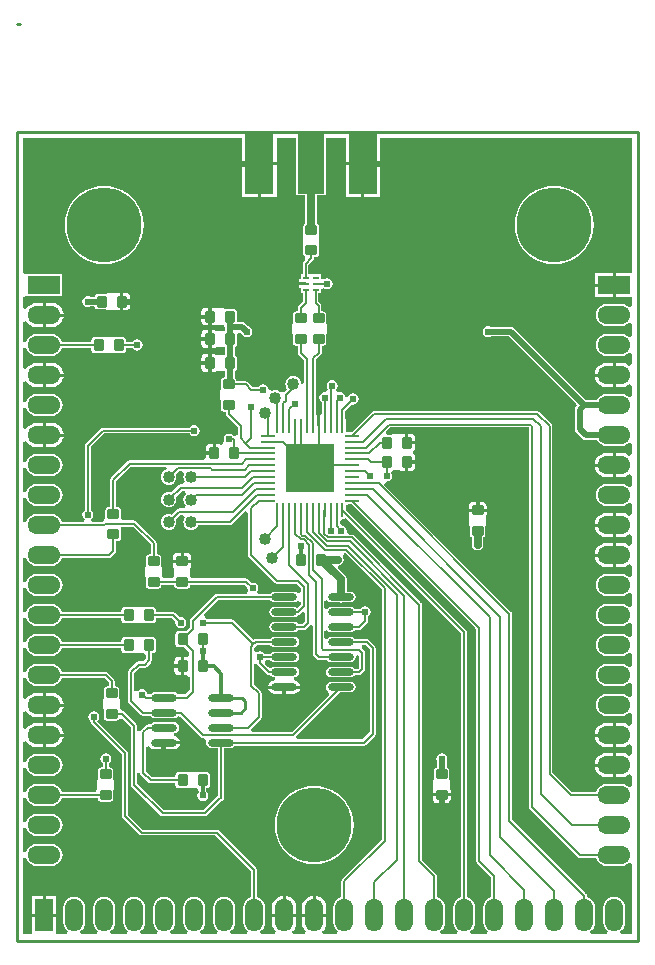
<source format=gtl>
G04 Layer_Physical_Order=1*
G04 Layer_Color=255*
%FSLAX25Y25*%
%MOIN*%
G70*
G01*
G75*
G04:AMPARAMS|DCode=10|XSize=39.37mil|YSize=35.43mil|CornerRadius=4.43mil|HoleSize=0mil|Usage=FLASHONLY|Rotation=270.000|XOffset=0mil|YOffset=0mil|HoleType=Round|Shape=RoundedRectangle|*
%AMROUNDEDRECTD10*
21,1,0.03937,0.02658,0,0,270.0*
21,1,0.03051,0.03543,0,0,270.0*
1,1,0.00886,-0.01329,-0.01526*
1,1,0.00886,-0.01329,0.01526*
1,1,0.00886,0.01329,0.01526*
1,1,0.00886,0.01329,-0.01526*
%
%ADD10ROUNDEDRECTD10*%
G04:AMPARAMS|DCode=11|XSize=39.37mil|YSize=35.43mil|CornerRadius=4.43mil|HoleSize=0mil|Usage=FLASHONLY|Rotation=0.000|XOffset=0mil|YOffset=0mil|HoleType=Round|Shape=RoundedRectangle|*
%AMROUNDEDRECTD11*
21,1,0.03937,0.02658,0,0,0.0*
21,1,0.03051,0.03543,0,0,0.0*
1,1,0.00886,0.01526,-0.01329*
1,1,0.00886,-0.01526,-0.01329*
1,1,0.00886,-0.01526,0.01329*
1,1,0.00886,0.01526,0.01329*
%
%ADD11ROUNDEDRECTD11*%
%ADD12R,0.16142X0.16142*%
%ADD13O,0.04724X0.00984*%
%ADD14O,0.00984X0.04724*%
%ADD15O,0.08661X0.02362*%
%ADD16R,0.09508X0.20000*%
%ADD17R,0.09016X0.20000*%
%ADD18R,0.02165X0.00984*%
%ADD19C,0.00800*%
%ADD20C,0.00600*%
%ADD21C,0.01200*%
%ADD22C,0.01000*%
%ADD23C,0.02500*%
%ADD24C,0.02000*%
%ADD25C,0.00700*%
%ADD26C,0.25000*%
%ADD27O,0.11000X0.06000*%
%ADD28R,0.11000X0.06000*%
%ADD29O,0.06000X0.11000*%
%ADD30R,0.06000X0.11000*%
%ADD31C,0.02400*%
%ADD32C,0.04000*%
%ADD33C,0.02362*%
G36*
X143980Y232578D02*
Y229239D01*
X143474D01*
X143068Y229158D01*
X142722Y228927D01*
X142492Y228582D01*
X142411Y228175D01*
Y225518D01*
X142457Y225288D01*
X142244Y225075D01*
Y221925D01*
X142457Y221712D01*
X142411Y221482D01*
Y218825D01*
X142492Y218418D01*
X142722Y218073D01*
X143068Y217842D01*
X143474Y217761D01*
X146526D01*
X146932Y217842D01*
X147277Y218073D01*
X147508Y218418D01*
X147589Y218825D01*
Y219134D01*
X151911D01*
Y218825D01*
X151992Y218418D01*
X152223Y218073D01*
X152568Y217842D01*
X152974Y217761D01*
X156026D01*
X156432Y217842D01*
X156778Y218073D01*
X157008Y218418D01*
X157089Y218825D01*
Y219134D01*
X175424D01*
X176230Y218328D01*
X176165Y218000D01*
X176304Y217298D01*
X176490Y217020D01*
X176072Y216045D01*
X176047Y216020D01*
X166000D01*
X165610Y215942D01*
X165279Y215721D01*
X157279Y207721D01*
X157058Y207390D01*
X156980Y207000D01*
Y204769D01*
X155800Y203589D01*
X153325D01*
X152918Y203508D01*
X152573Y203277D01*
X152342Y202933D01*
X152261Y202526D01*
Y199474D01*
X152342Y199067D01*
X152573Y198723D01*
X152918Y198492D01*
X153325Y198411D01*
X155147D01*
X156930Y196628D01*
X156867Y195625D01*
X155982Y194997D01*
X155154D01*
Y192000D01*
Y189003D01*
X155982D01*
X156953Y188314D01*
X156980Y188260D01*
Y183922D01*
X155578Y182520D01*
X153162D01*
X152985Y182784D01*
X152396Y183178D01*
X151701Y183316D01*
X145402D01*
X144707Y183178D01*
X144117Y182784D01*
X143941Y182520D01*
X142922D01*
X142809Y182633D01*
X142696Y183202D01*
X142298Y183798D01*
X141702Y184196D01*
X141000Y184335D01*
X140298Y184196D01*
X139702Y183798D01*
X139520Y183524D01*
X138520Y183828D01*
Y189578D01*
X140422Y191480D01*
X142000D01*
X142390Y191558D01*
X142721Y191779D01*
X144067Y193125D01*
X144288Y193456D01*
X144366Y193846D01*
Y196411D01*
X144675D01*
X145082Y196492D01*
X145427Y196722D01*
X145658Y197067D01*
X145738Y197474D01*
Y200526D01*
X145658Y200933D01*
X145427Y201277D01*
X145082Y201508D01*
X144675Y201589D01*
X142018D01*
X141788Y201543D01*
X141575Y201756D01*
X138425D01*
X138212Y201543D01*
X137982Y201589D01*
X135325D01*
X134918Y201508D01*
X134573Y201277D01*
X134342Y200933D01*
X134262Y200526D01*
Y200020D01*
X114474D01*
X114145Y200816D01*
X113568Y201568D01*
X112815Y202145D01*
X111940Y202507D01*
X111000Y202631D01*
X106000D01*
X105060Y202507D01*
X104184Y202145D01*
X103432Y201568D01*
X102855Y200816D01*
X102493Y199940D01*
X101539Y200136D01*
Y207864D01*
X102493Y208060D01*
X102855Y207185D01*
X103432Y206433D01*
X104184Y205855D01*
X105060Y205493D01*
X106000Y205369D01*
X111000D01*
X111940Y205493D01*
X112815Y205855D01*
X113568Y206433D01*
X114145Y207185D01*
X114474Y207980D01*
X134262D01*
Y207474D01*
X134342Y207067D01*
X134573Y206722D01*
X134918Y206492D01*
X135325Y206411D01*
X137982D01*
X138212Y206457D01*
X138425Y206244D01*
X141575D01*
X141788Y206457D01*
X142018Y206411D01*
X144675D01*
X145082Y206492D01*
X145427Y206722D01*
X145658Y207067D01*
X145738Y207474D01*
Y207980D01*
X151078D01*
X152230Y206828D01*
X152165Y206500D01*
X152304Y205798D01*
X152702Y205202D01*
X153298Y204804D01*
X154000Y204665D01*
X154702Y204804D01*
X155298Y205202D01*
X155696Y205798D01*
X155835Y206500D01*
X155696Y207202D01*
X155298Y207798D01*
X154702Y208196D01*
X154000Y208335D01*
X153672Y208270D01*
X152221Y209721D01*
X151890Y209942D01*
X151500Y210020D01*
X145738D01*
Y210526D01*
X145658Y210932D01*
X145427Y211278D01*
X145082Y211508D01*
X144675Y211589D01*
X142018D01*
X141788Y211543D01*
X141575Y211756D01*
X138425D01*
X138212Y211543D01*
X137982Y211589D01*
X135325D01*
X134918Y211508D01*
X134573Y211278D01*
X134342Y210932D01*
X134262Y210526D01*
Y210020D01*
X114474D01*
X114145Y210816D01*
X113568Y211567D01*
X112815Y212145D01*
X111940Y212507D01*
X111000Y212631D01*
X106000D01*
X105060Y212507D01*
X104184Y212145D01*
X103432Y211567D01*
X102855Y210816D01*
X102493Y209940D01*
X101539Y210136D01*
Y217864D01*
X102493Y218060D01*
X102855Y217184D01*
X103432Y216432D01*
X104184Y215855D01*
X105060Y215493D01*
X106000Y215369D01*
X111000D01*
X111940Y215493D01*
X112815Y215855D01*
X113568Y216432D01*
X114145Y217184D01*
X114507Y218060D01*
X114631Y219000D01*
X114507Y219940D01*
X114145Y220815D01*
X113568Y221568D01*
X112815Y222145D01*
X111940Y222507D01*
X111000Y222631D01*
X106000D01*
X105060Y222507D01*
X104184Y222145D01*
X103432Y221568D01*
X102855Y220815D01*
X102493Y219940D01*
X101539Y220136D01*
Y227864D01*
X102493Y228060D01*
X102855Y227185D01*
X103432Y226432D01*
X104184Y225855D01*
X105060Y225493D01*
X106000Y225369D01*
X111000D01*
X111940Y225493D01*
X112815Y225855D01*
X113568Y226432D01*
X114145Y227185D01*
X114474Y227980D01*
X130000D01*
X130390Y228058D01*
X130721Y228279D01*
X132221Y229779D01*
X132442Y230110D01*
X132520Y230500D01*
Y233608D01*
X133026D01*
X133432Y233689D01*
X133777Y233919D01*
X134008Y234264D01*
X134089Y234671D01*
Y237329D01*
X134043Y237559D01*
X134256Y237772D01*
Y238480D01*
X138078D01*
X143980Y232578D01*
D02*
G37*
G36*
X149321Y257533D02*
X148689Y257271D01*
X148146Y256854D01*
X147729Y256311D01*
X147467Y255679D01*
X147378Y255000D01*
X147467Y254321D01*
X147729Y253689D01*
X148146Y253146D01*
X148689Y252729D01*
X149321Y252467D01*
X150000Y252378D01*
X150679Y252467D01*
X151311Y252729D01*
X151854Y253146D01*
X152271Y253689D01*
X152533Y254321D01*
X152622Y255000D01*
X152533Y255679D01*
X152412Y255970D01*
X153422Y256980D01*
X154482D01*
X154681Y256802D01*
X155092Y255980D01*
X154967Y255679D01*
X154878Y255000D01*
X154967Y254321D01*
X155229Y253689D01*
X155359Y253520D01*
X154882Y252520D01*
X154000D01*
X153610Y252442D01*
X153279Y252221D01*
X150970Y249912D01*
X150679Y250033D01*
X150000Y250122D01*
X149321Y250033D01*
X148689Y249771D01*
X148146Y249354D01*
X147729Y248811D01*
X147467Y248179D01*
X147378Y247500D01*
X147467Y246821D01*
X147729Y246189D01*
X148146Y245646D01*
X148689Y245229D01*
X149321Y244967D01*
X150000Y244878D01*
X150679Y244967D01*
X151311Y245229D01*
X151854Y245646D01*
X152271Y246189D01*
X152533Y246821D01*
X152622Y247500D01*
X152533Y248179D01*
X152412Y248470D01*
X154422Y250480D01*
X155471D01*
X155810Y249480D01*
X155646Y249354D01*
X155229Y248811D01*
X154967Y248179D01*
X154878Y247500D01*
X154967Y246821D01*
X155229Y246189D01*
X155646Y245646D01*
X155810Y245520D01*
X155471Y244520D01*
X153500D01*
X153110Y244442D01*
X152779Y244221D01*
X150970Y242412D01*
X150679Y242533D01*
X150000Y242622D01*
X149321Y242533D01*
X148689Y242271D01*
X148146Y241854D01*
X147729Y241311D01*
X147467Y240679D01*
X147378Y240000D01*
X147467Y239321D01*
X147729Y238689D01*
X148146Y238146D01*
X148689Y237729D01*
X149321Y237467D01*
X150000Y237378D01*
X150679Y237467D01*
X151311Y237729D01*
X151854Y238146D01*
X152271Y238689D01*
X152533Y239321D01*
X152622Y240000D01*
X152533Y240679D01*
X152412Y240970D01*
X153922Y242480D01*
X154882D01*
X155359Y241480D01*
X155229Y241311D01*
X154967Y240679D01*
X154878Y240000D01*
X154967Y239321D01*
X155229Y238689D01*
X155646Y238146D01*
X156189Y237729D01*
X156821Y237467D01*
X157500Y237378D01*
X158179Y237467D01*
X158811Y237729D01*
X159354Y238146D01*
X159771Y238689D01*
X159892Y238980D01*
X170500D01*
X170890Y239058D01*
X171221Y239279D01*
X175480Y243538D01*
X176480Y243124D01*
Y229000D01*
X176558Y228610D01*
X176779Y228279D01*
X185279Y219779D01*
X185610Y219558D01*
X186000Y219480D01*
X192578D01*
X193980Y218078D01*
Y216594D01*
X192985Y216284D01*
X192396Y216678D01*
X191701Y216816D01*
X185402D01*
X184707Y216678D01*
X184117Y216284D01*
X183941Y216020D01*
X179953D01*
X179928Y216045D01*
X179510Y217020D01*
X179696Y217298D01*
X179835Y218000D01*
X179696Y218702D01*
X179298Y219298D01*
X178702Y219696D01*
X178000Y219835D01*
X177672Y219770D01*
X176567Y220875D01*
X176237Y221095D01*
X175847Y221173D01*
X157918D01*
X157256Y221925D01*
Y224762D01*
X157385Y224955D01*
X157497Y225518D01*
Y226346D01*
X151503D01*
Y225518D01*
X151615Y224955D01*
X151744Y224762D01*
Y221925D01*
X151082Y221173D01*
X148418D01*
X147756Y221925D01*
Y225075D01*
X147543Y225288D01*
X147589Y225518D01*
Y228175D01*
X147508Y228582D01*
X147277Y228927D01*
X146932Y229158D01*
X146526Y229239D01*
X146020D01*
Y233000D01*
X145942Y233390D01*
X145721Y233721D01*
X139221Y240221D01*
X138890Y240442D01*
X138500Y240520D01*
X134744D01*
X134089Y241364D01*
Y244022D01*
X134008Y244429D01*
X133777Y244774D01*
X133432Y245004D01*
X133026Y245085D01*
X132520D01*
Y253578D01*
X137422Y258480D01*
X149114D01*
X149321Y257533D01*
D02*
G37*
G36*
X270082Y145000D02*
X270152Y144649D01*
X270351Y144351D01*
X286351Y128351D01*
X286649Y128152D01*
X287000Y128082D01*
X292490D01*
X292493Y128060D01*
X292855Y127184D01*
X293432Y126432D01*
X294184Y125855D01*
X295060Y125493D01*
X296000Y125369D01*
X301000D01*
X301940Y125493D01*
X302816Y125855D01*
X303461Y126351D01*
X303899Y126255D01*
X304461Y125954D01*
Y102539D01*
X300839D01*
X300555Y103539D01*
X301067Y103932D01*
X301645Y104684D01*
X302007Y105560D01*
X302131Y106500D01*
Y111500D01*
X302007Y112440D01*
X301645Y113315D01*
X301067Y114068D01*
X300315Y114645D01*
X299440Y115007D01*
X298500Y115131D01*
X297560Y115007D01*
X296685Y114645D01*
X295933Y114068D01*
X295355Y113315D01*
X294993Y112440D01*
X294869Y111500D01*
Y106500D01*
X294993Y105560D01*
X295355Y104684D01*
X295933Y103932D01*
X296445Y103539D01*
X296161Y102539D01*
X290839D01*
X290555Y103539D01*
X291068Y103932D01*
X291645Y104684D01*
X292007Y105560D01*
X292131Y106500D01*
Y111500D01*
X292007Y112440D01*
X291645Y113315D01*
X291068Y114068D01*
X290316Y114645D01*
X289440Y115007D01*
X289418Y115010D01*
Y115500D01*
X289348Y115851D01*
X289149Y116149D01*
X264418Y140880D01*
Y209500D01*
X264348Y209851D01*
X264149Y210149D01*
X221914Y252384D01*
X221940Y252634D01*
X222654Y253511D01*
X223356Y253651D01*
X223951Y254049D01*
X224349Y254644D01*
X224489Y255346D01*
X224349Y256049D01*
X224139Y256362D01*
X224716Y257244D01*
X227262D01*
X227455Y257115D01*
X228018Y257003D01*
X228847D01*
Y260000D01*
X229346D01*
Y260500D01*
X232146D01*
Y261526D01*
X232034Y262089D01*
X231715Y262566D01*
X231523Y262694D01*
X231482Y262827D01*
Y263673D01*
X231523Y263806D01*
X231715Y263934D01*
X232034Y264411D01*
X232146Y264974D01*
Y266000D01*
X229346D01*
Y266500D01*
X228847D01*
Y269497D01*
X228018D01*
X227455Y269385D01*
X227262Y269256D01*
X224425D01*
X224212Y269043D01*
X223982Y269089D01*
X222693D01*
X222310Y270013D01*
X223880Y271582D01*
X270082D01*
Y145000D01*
D02*
G37*
G36*
X247582Y202907D02*
Y115010D01*
X247560Y115007D01*
X246685Y114645D01*
X245933Y114068D01*
X245355Y113315D01*
X244993Y112440D01*
X244869Y111500D01*
Y106500D01*
X244993Y105560D01*
X245355Y104684D01*
X245933Y103932D01*
X246445Y103539D01*
X246161Y102539D01*
X240839D01*
X240555Y103539D01*
X241068Y103932D01*
X241645Y104684D01*
X242007Y105560D01*
X242131Y106500D01*
Y111500D01*
X242007Y112440D01*
X241645Y113315D01*
X241068Y114068D01*
X240316Y114645D01*
X239440Y115007D01*
X239418Y115010D01*
Y122000D01*
X239348Y122351D01*
X239149Y122649D01*
X234418Y127380D01*
Y212500D01*
X234348Y212851D01*
X234149Y213149D01*
X211749Y235549D01*
X211451Y235748D01*
X211100Y235818D01*
X209986D01*
X209299Y236818D01*
X209335Y237000D01*
X209196Y237702D01*
X208798Y238298D01*
X208202Y238696D01*
X207778Y238780D01*
X207161Y239710D01*
X207341Y240539D01*
X207886Y240877D01*
X207937Y240867D01*
X208363Y240951D01*
X208724Y241193D01*
X209245Y241244D01*
X247582Y202907D01*
D02*
G37*
G36*
X102855Y197185D02*
X103432Y196432D01*
X104184Y195855D01*
X105060Y195493D01*
X106000Y195369D01*
X111000D01*
X111940Y195493D01*
X112815Y195855D01*
X113568Y196432D01*
X114145Y197185D01*
X114474Y197980D01*
X134262D01*
Y197474D01*
X134342Y197067D01*
X134573Y196722D01*
X134918Y196492D01*
X135325Y196411D01*
X137982D01*
X138212Y196457D01*
X138425Y196244D01*
X141575D01*
X142327Y195582D01*
Y194269D01*
X141578Y193520D01*
X140000D01*
X139610Y193442D01*
X139279Y193221D01*
X136779Y190721D01*
X136558Y190390D01*
X136480Y190000D01*
Y180500D01*
X136558Y180110D01*
X136779Y179779D01*
X140779Y175779D01*
X141110Y175558D01*
X141500Y175480D01*
X143941D01*
X144117Y175216D01*
X144707Y174822D01*
X145402Y174684D01*
X151701D01*
X152396Y174822D01*
X152985Y175216D01*
X154016Y175042D01*
X160779Y168279D01*
X161110Y168058D01*
X161500Y167980D01*
X161944D01*
X162191Y167694D01*
X162579Y166980D01*
X162483Y166500D01*
X162621Y165805D01*
X163015Y165216D01*
X163604Y164822D01*
X164299Y164684D01*
X166429D01*
Y148821D01*
X166279Y148721D01*
X161578Y144020D01*
X148422D01*
X139520Y152922D01*
Y156204D01*
X140520Y156303D01*
X140558Y156110D01*
X140779Y155779D01*
X143279Y153279D01*
X143610Y153058D01*
X144000Y152980D01*
X152261D01*
Y152474D01*
X152342Y152067D01*
X152573Y151723D01*
X152918Y151492D01*
X153325Y151411D01*
X155982D01*
X156212Y151457D01*
X156425Y151244D01*
X159575D01*
X159710Y151054D01*
X160049Y150144D01*
X159651Y149549D01*
X159511Y148846D01*
X159651Y148144D01*
X160049Y147549D01*
X160644Y147151D01*
X161346Y147011D01*
X162049Y147151D01*
X162644Y147549D01*
X163042Y148144D01*
X163182Y148846D01*
X163042Y149549D01*
X162644Y150144D01*
X162570Y150194D01*
Y151411D01*
X162675D01*
X163082Y151492D01*
X163427Y151723D01*
X163658Y152067D01*
X163739Y152474D01*
Y155526D01*
X163658Y155932D01*
X163427Y156278D01*
X163082Y156508D01*
X162675Y156589D01*
X160018D01*
X159788Y156543D01*
X159575Y156756D01*
X156425D01*
X156212Y156543D01*
X155982Y156589D01*
X153325D01*
X152918Y156508D01*
X152573Y156278D01*
X152342Y155932D01*
X152261Y155526D01*
Y155020D01*
X144422D01*
X142520Y156922D01*
Y165087D01*
X143520Y165391D01*
X143829Y164927D01*
X144551Y164445D01*
X145402Y164276D01*
X148051D01*
Y166500D01*
X148551D01*
Y167000D01*
X153825D01*
X153755Y167351D01*
X153273Y168072D01*
X152552Y168554D01*
X151701Y168724D01*
Y169684D01*
X152396Y169822D01*
X152985Y170216D01*
X153378Y170805D01*
X153517Y171500D01*
X153378Y172195D01*
X152985Y172784D01*
X152396Y173178D01*
X151701Y173316D01*
X145402D01*
X144707Y173178D01*
X144117Y172784D01*
X143941Y172520D01*
X143026D01*
X142635Y172442D01*
X142305Y172221D01*
X140779Y170695D01*
X140558Y170365D01*
X140520Y170171D01*
X139520Y170270D01*
Y172000D01*
X139442Y172390D01*
X139221Y172721D01*
X135067Y176874D01*
X134737Y177095D01*
X134406Y177161D01*
X133756Y177925D01*
Y181075D01*
X133543Y181288D01*
X133589Y181518D01*
Y184175D01*
X133508Y184582D01*
X133277Y184927D01*
X132932Y185158D01*
X132526Y185239D01*
X132020D01*
Y187000D01*
X131942Y187390D01*
X131721Y187721D01*
X129721Y189721D01*
X129390Y189942D01*
X129000Y190020D01*
X114474D01*
X114145Y190815D01*
X113568Y191568D01*
X112815Y192145D01*
X111940Y192507D01*
X111000Y192631D01*
X106000D01*
X105060Y192507D01*
X104184Y192145D01*
X103432Y191568D01*
X102855Y190815D01*
X102493Y189940D01*
X101539Y190136D01*
Y197864D01*
X102493Y198060D01*
X102855Y197185D01*
D02*
G37*
G36*
X252582Y204403D02*
Y127000D01*
X252652Y126649D01*
X252851Y126351D01*
X257582Y121620D01*
Y115010D01*
X257560Y115007D01*
X256684Y114645D01*
X255932Y114068D01*
X255355Y113315D01*
X254993Y112440D01*
X254869Y111500D01*
Y106500D01*
X254993Y105560D01*
X255355Y104684D01*
X255932Y103932D01*
X256445Y103539D01*
X256161Y102539D01*
X250839D01*
X250555Y103539D01*
X251067Y103932D01*
X251645Y104684D01*
X252007Y105560D01*
X252131Y106500D01*
Y111500D01*
X252007Y112440D01*
X251645Y113315D01*
X251067Y114068D01*
X250315Y114645D01*
X249440Y115007D01*
X249418Y115010D01*
Y203287D01*
X249348Y203639D01*
X249149Y203936D01*
X209050Y244035D01*
Y245018D01*
X209258Y245777D01*
X210017Y245985D01*
X211001D01*
X252582Y204403D01*
D02*
G37*
G36*
X221082Y217620D02*
Y134077D01*
X207851Y120846D01*
X207652Y120548D01*
X207582Y120197D01*
Y115010D01*
X207560Y115007D01*
X206684Y114645D01*
X205932Y114068D01*
X205355Y113315D01*
X204993Y112440D01*
X204869Y111500D01*
Y106500D01*
X204993Y105560D01*
X205355Y104684D01*
X205932Y103932D01*
X206445Y103539D01*
X206161Y102539D01*
X201552D01*
X201212Y103539D01*
X201353Y103647D01*
X201994Y104483D01*
X202397Y105456D01*
X202535Y106500D01*
Y108500D01*
X198500D01*
X194465D01*
Y106500D01*
X194603Y105456D01*
X195006Y104483D01*
X195647Y103647D01*
X195788Y103539D01*
X195449Y102539D01*
X191551D01*
X191212Y103539D01*
X191353Y103647D01*
X191994Y104483D01*
X192397Y105456D01*
X192534Y106500D01*
Y108500D01*
X188500D01*
X184466D01*
Y106500D01*
X184603Y105456D01*
X185006Y104483D01*
X185647Y103647D01*
X185788Y103539D01*
X185449Y102539D01*
X180839D01*
X180555Y103539D01*
X181068Y103932D01*
X181645Y104684D01*
X182007Y105560D01*
X182131Y106500D01*
Y111500D01*
X182007Y112440D01*
X181645Y113315D01*
X181068Y114068D01*
X180315Y114645D01*
X179469Y114995D01*
Y124000D01*
X179395Y124371D01*
X179185Y124685D01*
X166685Y137185D01*
X166371Y137395D01*
X166000Y137469D01*
X141401D01*
X136469Y142401D01*
Y163000D01*
X136395Y163371D01*
X136185Y163685D01*
X126286Y173584D01*
X126298Y173702D01*
X126696Y174298D01*
X126835Y175000D01*
X126696Y175702D01*
X126298Y176298D01*
X125702Y176696D01*
X125000Y176835D01*
X124298Y176696D01*
X123702Y176298D01*
X123304Y175702D01*
X123165Y175000D01*
X123304Y174298D01*
X123702Y173702D01*
X124035Y173480D01*
X124105Y173129D01*
X124315Y172815D01*
X134531Y162599D01*
Y142000D01*
X134605Y141629D01*
X134815Y141315D01*
X140315Y135815D01*
X140629Y135605D01*
X141000Y135531D01*
X165599D01*
X177531Y123599D01*
Y114995D01*
X176684Y114645D01*
X175932Y114068D01*
X175355Y113315D01*
X174993Y112440D01*
X174869Y111500D01*
Y106500D01*
X174993Y105560D01*
X175355Y104684D01*
X175932Y103932D01*
X176445Y103539D01*
X176161Y102539D01*
X170839D01*
X170555Y103539D01*
X171068Y103932D01*
X171645Y104684D01*
X172007Y105560D01*
X172131Y106500D01*
Y111500D01*
X172007Y112440D01*
X171645Y113315D01*
X171068Y114068D01*
X170316Y114645D01*
X169440Y115007D01*
X168500Y115131D01*
X167560Y115007D01*
X166684Y114645D01*
X165932Y114068D01*
X165355Y113315D01*
X164993Y112440D01*
X164869Y111500D01*
Y106500D01*
X164993Y105560D01*
X165355Y104684D01*
X165932Y103932D01*
X166445Y103539D01*
X166161Y102539D01*
X160839D01*
X160555Y103539D01*
X161068Y103932D01*
X161645Y104684D01*
X162007Y105560D01*
X162131Y106500D01*
Y111500D01*
X162007Y112440D01*
X161645Y113315D01*
X161068Y114068D01*
X160316Y114645D01*
X159440Y115007D01*
X158500Y115131D01*
X157560Y115007D01*
X156685Y114645D01*
X155932Y114068D01*
X155355Y113315D01*
X154993Y112440D01*
X154869Y111500D01*
Y106500D01*
X154993Y105560D01*
X155355Y104684D01*
X155932Y103932D01*
X156445Y103539D01*
X156161Y102539D01*
X150839D01*
X150555Y103539D01*
X151068Y103932D01*
X151645Y104684D01*
X152007Y105560D01*
X152131Y106500D01*
Y111500D01*
X152007Y112440D01*
X151645Y113315D01*
X151068Y114068D01*
X150315Y114645D01*
X149440Y115007D01*
X148500Y115131D01*
X147560Y115007D01*
X146685Y114645D01*
X145932Y114068D01*
X145355Y113315D01*
X144993Y112440D01*
X144869Y111500D01*
Y106500D01*
X144993Y105560D01*
X145355Y104684D01*
X145932Y103932D01*
X146445Y103539D01*
X146161Y102539D01*
X140839D01*
X140555Y103539D01*
X141068Y103932D01*
X141645Y104684D01*
X142007Y105560D01*
X142131Y106500D01*
Y111500D01*
X142007Y112440D01*
X141645Y113315D01*
X141068Y114068D01*
X140315Y114645D01*
X139440Y115007D01*
X138500Y115131D01*
X137560Y115007D01*
X136685Y114645D01*
X135932Y114068D01*
X135355Y113315D01*
X134993Y112440D01*
X134869Y111500D01*
Y106500D01*
X134993Y105560D01*
X135355Y104684D01*
X135932Y103932D01*
X136445Y103539D01*
X136161Y102539D01*
X130839D01*
X130555Y103539D01*
X131068Y103932D01*
X131645Y104684D01*
X132007Y105560D01*
X132131Y106500D01*
Y111500D01*
X132007Y112440D01*
X131645Y113315D01*
X131068Y114068D01*
X130315Y114645D01*
X129440Y115007D01*
X128500Y115131D01*
X127560Y115007D01*
X126684Y114645D01*
X125932Y114068D01*
X125355Y113315D01*
X124993Y112440D01*
X124869Y111500D01*
Y106500D01*
X124993Y105560D01*
X125355Y104684D01*
X125932Y103932D01*
X126445Y103539D01*
X126161Y102539D01*
X120839D01*
X120555Y103539D01*
X121068Y103932D01*
X121645Y104684D01*
X122007Y105560D01*
X122131Y106500D01*
Y111500D01*
X122007Y112440D01*
X121645Y113315D01*
X121068Y114068D01*
X120316Y114645D01*
X119440Y115007D01*
X118500Y115131D01*
X117560Y115007D01*
X116684Y114645D01*
X115932Y114068D01*
X115355Y113315D01*
X114993Y112440D01*
X114869Y111500D01*
Y106500D01*
X114993Y105560D01*
X115355Y104684D01*
X115932Y103932D01*
X116445Y103539D01*
X116161Y102539D01*
X112500D01*
Y108500D01*
X108500D01*
X104500D01*
Y102539D01*
X101539D01*
Y127864D01*
X102493Y128060D01*
X102855Y127184D01*
X103432Y126432D01*
X104184Y125855D01*
X105060Y125493D01*
X106000Y125369D01*
X111000D01*
X111940Y125493D01*
X112815Y125855D01*
X113568Y126432D01*
X114145Y127184D01*
X114507Y128060D01*
X114631Y129000D01*
X114507Y129940D01*
X114145Y130815D01*
X113568Y131568D01*
X112815Y132145D01*
X111940Y132507D01*
X111000Y132631D01*
X106000D01*
X105060Y132507D01*
X104184Y132145D01*
X103432Y131568D01*
X102855Y130815D01*
X102493Y129940D01*
X101539Y130136D01*
Y137864D01*
X102493Y138060D01*
X102855Y137185D01*
X103432Y136432D01*
X104184Y135855D01*
X105060Y135493D01*
X106000Y135369D01*
X111000D01*
X111940Y135493D01*
X112815Y135855D01*
X113568Y136432D01*
X114145Y137185D01*
X114507Y138060D01*
X114631Y139000D01*
X114507Y139940D01*
X114145Y140815D01*
X113568Y141568D01*
X112815Y142145D01*
X111940Y142507D01*
X111000Y142631D01*
X106000D01*
X105060Y142507D01*
X104184Y142145D01*
X103432Y141568D01*
X102855Y140815D01*
X102493Y139940D01*
X101539Y140136D01*
Y147864D01*
X102493Y148060D01*
X102855Y147185D01*
X103432Y146432D01*
X104184Y145855D01*
X105060Y145493D01*
X106000Y145369D01*
X111000D01*
X111940Y145493D01*
X112815Y145855D01*
X113568Y146432D01*
X114145Y147185D01*
X114474Y147980D01*
X126411D01*
Y147825D01*
X126492Y147418D01*
X126723Y147073D01*
X127067Y146842D01*
X127474Y146762D01*
X130526D01*
X130932Y146842D01*
X131278Y147073D01*
X131508Y147418D01*
X131589Y147825D01*
Y150482D01*
X131543Y150712D01*
X131756Y150925D01*
Y154075D01*
X131543Y154288D01*
X131589Y154518D01*
Y157175D01*
X131508Y157582D01*
X131278Y157927D01*
X130932Y158158D01*
X130526Y158238D01*
X130020D01*
Y159516D01*
X130298Y159702D01*
X130696Y160298D01*
X130835Y161000D01*
X130696Y161702D01*
X130298Y162298D01*
X129702Y162696D01*
X129000Y162835D01*
X128298Y162696D01*
X127702Y162298D01*
X127304Y161702D01*
X127165Y161000D01*
X127304Y160298D01*
X127702Y159702D01*
X127980Y159516D01*
Y158238D01*
X127474D01*
X127067Y158158D01*
X126723Y157927D01*
X126492Y157582D01*
X126411Y157175D01*
Y154518D01*
X126457Y154288D01*
X126244Y154075D01*
Y150925D01*
X125735Y150020D01*
X114474D01*
X114145Y150815D01*
X113568Y151568D01*
X112815Y152145D01*
X111940Y152507D01*
X111000Y152631D01*
X106000D01*
X105060Y152507D01*
X104184Y152145D01*
X103432Y151568D01*
X102855Y150815D01*
X102493Y149940D01*
X101539Y150136D01*
Y157864D01*
X102493Y158060D01*
X102855Y157185D01*
X103432Y156432D01*
X104184Y155855D01*
X105060Y155493D01*
X106000Y155369D01*
X111000D01*
X111940Y155493D01*
X112815Y155855D01*
X113568Y156432D01*
X114145Y157185D01*
X114507Y158060D01*
X114631Y159000D01*
X114507Y159940D01*
X114145Y160816D01*
X113568Y161568D01*
X112815Y162145D01*
X111940Y162507D01*
X111000Y162631D01*
X106000D01*
X105060Y162507D01*
X104184Y162145D01*
X103432Y161568D01*
X102855Y160816D01*
X102493Y159940D01*
X101539Y160136D01*
Y166600D01*
X102438Y166948D01*
X102539Y166940D01*
X103147Y166147D01*
X103983Y165506D01*
X104956Y165103D01*
X106000Y164965D01*
X108000D01*
Y169000D01*
Y173035D01*
X106000D01*
X104956Y172897D01*
X103983Y172494D01*
X103147Y171853D01*
X102539Y171060D01*
X102438Y171052D01*
X101539Y171400D01*
Y176600D01*
X102438Y176948D01*
X102539Y176940D01*
X103147Y176147D01*
X103983Y175506D01*
X104956Y175103D01*
X106000Y174966D01*
X108000D01*
Y179000D01*
Y183035D01*
X106000D01*
X104956Y182897D01*
X103983Y182494D01*
X103147Y181853D01*
X102539Y181060D01*
X102438Y181052D01*
X101539Y181400D01*
Y187864D01*
X102493Y188060D01*
X102855Y187185D01*
X103432Y186432D01*
X104184Y185855D01*
X105060Y185493D01*
X106000Y185369D01*
X111000D01*
X111940Y185493D01*
X112815Y185855D01*
X113568Y186432D01*
X114145Y187185D01*
X114474Y187980D01*
X128578D01*
X129980Y186578D01*
Y185239D01*
X129474D01*
X129068Y185158D01*
X128723Y184927D01*
X128492Y184582D01*
X128411Y184175D01*
Y181518D01*
X128457Y181288D01*
X128244Y181075D01*
Y177925D01*
X128457Y177712D01*
X128411Y177482D01*
Y174825D01*
X128492Y174418D01*
X128723Y174073D01*
X129068Y173842D01*
X129474Y173761D01*
X132526D01*
X132932Y173842D01*
X133277Y174073D01*
X133395Y174249D01*
X134147Y174476D01*
X134546Y174512D01*
X137480Y171578D01*
Y152500D01*
X137558Y152110D01*
X137779Y151779D01*
X147279Y142279D01*
X147610Y142058D01*
X148000Y141980D01*
X162000D01*
X162390Y142058D01*
X162721Y142279D01*
X167422Y146980D01*
X167449D01*
X167839Y147058D01*
X168170Y147279D01*
X168391Y147610D01*
X168468Y148000D01*
Y164684D01*
X170598D01*
X171293Y164822D01*
X171882Y165216D01*
X172059Y165480D01*
X215000D01*
X215390Y165558D01*
X215721Y165779D01*
X218721Y168779D01*
X218942Y169110D01*
X219020Y169500D01*
Y198000D01*
X218942Y198390D01*
X218721Y198721D01*
X216721Y200721D01*
X216390Y200942D01*
X216000Y201020D01*
X212059D01*
X211882Y201284D01*
X211293Y201678D01*
X210598Y201816D01*
X204299D01*
X203604Y201678D01*
X203015Y201284D01*
X202918Y201138D01*
X201918Y201442D01*
Y203558D01*
X202918Y203862D01*
X203015Y203716D01*
X203604Y203322D01*
X204299Y203184D01*
X210598D01*
X211293Y203322D01*
X211882Y203716D01*
X212059Y203980D01*
X213500D01*
X213890Y204058D01*
X214221Y204279D01*
X216221Y206279D01*
X216442Y206610D01*
X216520Y207000D01*
Y208516D01*
X216798Y208702D01*
X217196Y209298D01*
X217335Y210000D01*
X217196Y210702D01*
X216798Y211298D01*
X216202Y211696D01*
X215500Y211835D01*
X214798Y211696D01*
X214202Y211298D01*
X214016Y211020D01*
X212059D01*
X211882Y211284D01*
X211293Y211678D01*
X210598Y211816D01*
X204299D01*
X203604Y211678D01*
X203015Y211284D01*
X202918Y211138D01*
X201918Y211442D01*
Y213558D01*
X202918Y213862D01*
X203015Y213716D01*
X203604Y213322D01*
X204299Y213184D01*
X207096D01*
X207449Y213114D01*
X207802Y213184D01*
X210598D01*
X211293Y213322D01*
X211882Y213716D01*
X212276Y214305D01*
X212414Y215000D01*
X212276Y215695D01*
X211882Y216284D01*
X211293Y216678D01*
X210598Y216816D01*
X209335D01*
Y220898D01*
X209191Y221620D01*
X208783Y222231D01*
X206303Y224711D01*
X206762Y225666D01*
X207222Y225757D01*
X207834Y226166D01*
X208243Y226778D01*
X208386Y227500D01*
X208243Y228222D01*
X208006Y228576D01*
X208301Y229443D01*
X208428Y229608D01*
X209012Y229691D01*
X221082Y217620D01*
D02*
G37*
G36*
X184117Y213716D02*
X184707Y213322D01*
X185402Y213184D01*
X191701D01*
X192396Y213322D01*
X192985Y213716D01*
X193980Y213406D01*
Y212422D01*
X192899Y211341D01*
X192396Y211678D01*
X191701Y211816D01*
X185402D01*
X184707Y211678D01*
X184117Y211284D01*
X183724Y210695D01*
X183586Y210000D01*
X183724Y209305D01*
X184117Y208716D01*
X184707Y208322D01*
X185402Y208184D01*
X191701D01*
X192396Y208322D01*
X192985Y208716D01*
X193186Y209017D01*
X193390Y209058D01*
X193721Y209279D01*
X194659Y210217D01*
X195582Y209834D01*
Y206880D01*
X194620Y205918D01*
X193230D01*
X192985Y206284D01*
X192396Y206678D01*
X191701Y206816D01*
X185402D01*
X184707Y206678D01*
X184117Y206284D01*
X183724Y205695D01*
X183586Y205000D01*
X183724Y204305D01*
X184117Y203716D01*
X184707Y203322D01*
X185402Y203184D01*
X191701D01*
X192396Y203322D01*
X192985Y203716D01*
X193230Y204082D01*
X195000D01*
X195351Y204152D01*
X195649Y204351D01*
X197082Y205785D01*
X197364Y205758D01*
X198082Y205448D01*
Y196000D01*
X198152Y195649D01*
X198351Y195351D01*
X199351Y194351D01*
X199649Y194152D01*
X200000Y194082D01*
X202770D01*
X203015Y193716D01*
X203604Y193322D01*
X204299Y193184D01*
X210598D01*
X211293Y193322D01*
X211882Y193716D01*
X212276Y194305D01*
X212414Y195000D01*
X212884Y195747D01*
X213582Y195257D01*
Y191380D01*
X213120Y190918D01*
X212127D01*
X211882Y191284D01*
X211293Y191678D01*
X210598Y191816D01*
X204299D01*
X203604Y191678D01*
X203015Y191284D01*
X202622Y190695D01*
X202483Y190000D01*
X202622Y189305D01*
X203015Y188716D01*
X203604Y188322D01*
X204299Y188184D01*
X210598D01*
X211293Y188322D01*
X211882Y188716D01*
X212127Y189082D01*
X213500D01*
X213851Y189152D01*
X214149Y189351D01*
X215149Y190351D01*
X215348Y190649D01*
X215418Y191000D01*
Y196500D01*
X215348Y196851D01*
X215149Y197149D01*
X214317Y197980D01*
X214473Y198634D01*
X214626Y198863D01*
X215635Y198923D01*
X216980Y197578D01*
Y169922D01*
X214578Y167520D01*
X192773D01*
X192733Y167570D01*
X192410Y168520D01*
X207075Y183184D01*
X210598D01*
X211293Y183322D01*
X211882Y183716D01*
X212276Y184305D01*
X212414Y185000D01*
X212276Y185695D01*
X211882Y186284D01*
X211293Y186678D01*
X210598Y186816D01*
X204299D01*
X203604Y186678D01*
X203015Y186284D01*
X202622Y185695D01*
X202483Y185000D01*
X202622Y184305D01*
X203015Y183716D01*
X203191Y183598D01*
X203423Y182416D01*
X191026Y170020D01*
X177825D01*
X177785Y170070D01*
X177462Y171020D01*
X180721Y174279D01*
X180942Y174610D01*
X181020Y175000D01*
Y183000D01*
X180942Y183390D01*
X180721Y183721D01*
X178520Y185922D01*
Y192704D01*
X179520Y192803D01*
X179558Y192610D01*
X179779Y192279D01*
X182779Y189279D01*
X183110Y189058D01*
X183500Y188980D01*
X183941D01*
X184117Y188716D01*
X184707Y188322D01*
X185402Y188184D01*
Y187224D01*
X184550Y187055D01*
X183829Y186573D01*
X183347Y185851D01*
X183277Y185500D01*
X188551D01*
X193825D01*
X193755Y185851D01*
X193273Y186573D01*
X192552Y187055D01*
X191701Y187224D01*
Y188184D01*
X192396Y188322D01*
X192985Y188716D01*
X193378Y189305D01*
X193517Y190000D01*
X193378Y190695D01*
X192985Y191284D01*
X192396Y191678D01*
X191701Y191816D01*
X185402D01*
X184707Y191678D01*
X184117Y191284D01*
X183212Y191729D01*
X182184Y192758D01*
X182035Y193121D01*
X182509Y193980D01*
X183941D01*
X184117Y193716D01*
X184707Y193322D01*
X185402Y193184D01*
X191701D01*
X192396Y193322D01*
X192985Y193716D01*
X193378Y194305D01*
X193517Y195000D01*
X193378Y195695D01*
X192985Y196284D01*
X192396Y196678D01*
X191701Y196816D01*
X185402D01*
X184707Y196678D01*
X184117Y196284D01*
X183941Y196020D01*
X181984D01*
X181798Y196298D01*
X181202Y196696D01*
X180500Y196835D01*
X179798Y196696D01*
X179520Y196510D01*
X178545Y196928D01*
X178520Y196953D01*
Y198078D01*
X179422Y198980D01*
X183941D01*
X184117Y198716D01*
X184707Y198322D01*
X185402Y198184D01*
X191701D01*
X192396Y198322D01*
X192985Y198716D01*
X193378Y199305D01*
X193517Y200000D01*
X193378Y200695D01*
X192985Y201284D01*
X192396Y201678D01*
X191701Y201816D01*
X185402D01*
X184707Y201678D01*
X184117Y201284D01*
X183941Y201020D01*
X179000D01*
X178610Y200942D01*
X178279Y200721D01*
X178250Y200692D01*
X171721Y207221D01*
X171390Y207442D01*
X171000Y207520D01*
X162984D01*
X162798Y207798D01*
X162202Y208196D01*
X162077Y208221D01*
X161748Y209306D01*
X166422Y213980D01*
X183941D01*
X184117Y213716D01*
D02*
G37*
G36*
X192392Y348900D02*
X195614D01*
Y339667D01*
X195568Y339657D01*
X195222Y339427D01*
X194992Y339082D01*
X194911Y338675D01*
Y336018D01*
X194957Y335788D01*
X194744Y335575D01*
Y332425D01*
X194957Y332212D01*
X194911Y331982D01*
Y329325D01*
X194992Y328918D01*
X195222Y328573D01*
X195306Y328518D01*
X195542Y327607D01*
X195532Y327330D01*
X195005Y326802D01*
X194806Y326505D01*
X194736Y326154D01*
Y322529D01*
X193971D01*
Y320961D01*
X193571D01*
Y319969D01*
X195654D01*
Y318969D01*
X193571D01*
Y317976D01*
X193971D01*
Y316408D01*
X194736D01*
Y313534D01*
X193351Y312149D01*
X193152Y311851D01*
X193082Y311500D01*
Y310239D01*
X192474D01*
X192068Y310157D01*
X191723Y309927D01*
X191492Y309582D01*
X191411Y309175D01*
Y306518D01*
X191457Y306288D01*
X191244Y306075D01*
Y302925D01*
X191457Y302712D01*
X191411Y302482D01*
Y299825D01*
X191492Y299418D01*
X191723Y299073D01*
X192068Y298843D01*
X192474Y298762D01*
X192980D01*
Y296500D01*
X193058Y296110D01*
X193279Y295779D01*
X195106Y293952D01*
Y286188D01*
X194106Y286122D01*
X194033Y286679D01*
X193771Y287311D01*
X193354Y287854D01*
X192811Y288271D01*
X192179Y288533D01*
X191500Y288622D01*
X190821Y288533D01*
X190189Y288271D01*
X189646Y287854D01*
X189229Y287311D01*
X188967Y286679D01*
X188878Y286000D01*
X188967Y285321D01*
X189229Y284689D01*
X189454Y284396D01*
X188527Y283469D01*
X187560Y283374D01*
X187230Y283450D01*
X186811Y283771D01*
X186179Y284033D01*
X185500Y284122D01*
X184821Y284033D01*
X184313Y283822D01*
X184045Y283871D01*
X183974Y283901D01*
X183270Y284327D01*
X183196Y284702D01*
X182798Y285298D01*
X182202Y285696D01*
X181500Y285835D01*
X180798Y285696D01*
X180202Y285298D01*
X180016Y285020D01*
X177922D01*
X176375Y286567D01*
X176044Y286788D01*
X175654Y286866D01*
X172589D01*
Y287175D01*
X172508Y287582D01*
X172277Y287927D01*
X171978Y288127D01*
Y290471D01*
X172082Y290492D01*
X172427Y290722D01*
X172658Y291068D01*
X172739Y291474D01*
Y294526D01*
X172658Y294933D01*
X172427Y295278D01*
X172082Y295508D01*
X171978Y295529D01*
Y298471D01*
X172082Y298492D01*
X172427Y298723D01*
X172658Y299068D01*
X172739Y299475D01*
Y302526D01*
X173034Y302863D01*
X174203Y302909D01*
X174292Y302859D01*
X174304Y302798D01*
X174702Y302202D01*
X175298Y301804D01*
X176000Y301665D01*
X176702Y301804D01*
X177298Y302202D01*
X177696Y302798D01*
X177835Y303500D01*
X177696Y304202D01*
X177298Y304798D01*
X176702Y305196D01*
X176589Y305218D01*
X175654Y306153D01*
X175124Y306507D01*
X174500Y306631D01*
X173020D01*
X172739Y306974D01*
Y310026D01*
X172658Y310433D01*
X172427Y310777D01*
X172082Y311008D01*
X171675Y311089D01*
X169018D01*
X168788Y311043D01*
X168575Y311256D01*
X165738D01*
X165545Y311385D01*
X164982Y311497D01*
X164154D01*
Y308500D01*
Y305503D01*
X164982D01*
X165545Y305615D01*
X165738Y305744D01*
X168575D01*
X168715Y304802D01*
Y303814D01*
X168575Y303756D01*
X165738D01*
X165545Y303885D01*
X164982Y303997D01*
X164154D01*
Y301000D01*
Y298003D01*
X164982D01*
X165545Y298115D01*
X165738Y298244D01*
X168575D01*
X168715Y298186D01*
Y295814D01*
X168575Y295756D01*
X165738D01*
X165545Y295885D01*
X164982Y295997D01*
X164154D01*
Y293000D01*
Y290003D01*
X164982D01*
X165545Y290115D01*
X165738Y290244D01*
X168575D01*
X168715Y290186D01*
Y288239D01*
X168474D01*
X168068Y288158D01*
X167722Y287927D01*
X167492Y287582D01*
X167411Y287175D01*
Y284518D01*
X167457Y284288D01*
X167244Y284075D01*
Y280925D01*
X167457Y280712D01*
X167411Y280482D01*
Y277825D01*
X167492Y277418D01*
X167722Y277073D01*
X168068Y276842D01*
X168474Y276762D01*
X168980D01*
Y276000D01*
X169058Y275610D01*
X169279Y275279D01*
X172980Y271578D01*
Y269301D01*
X172743Y269076D01*
X171980Y268647D01*
X171846Y268673D01*
X171637D01*
X171451Y268951D01*
X170856Y269349D01*
X170153Y269489D01*
X169451Y269349D01*
X168856Y268951D01*
X168458Y268356D01*
X168318Y267653D01*
X168458Y266951D01*
X168525Y266851D01*
X168113Y265963D01*
X167168Y265803D01*
X167045Y265885D01*
X166482Y265997D01*
X165654D01*
Y263000D01*
X165154D01*
Y262500D01*
X162354D01*
Y261474D01*
X161616Y260520D01*
X137000D01*
X136610Y260442D01*
X136279Y260221D01*
X130779Y254721D01*
X130558Y254390D01*
X130480Y254000D01*
Y245085D01*
X129974D01*
X129568Y245004D01*
X129223Y244774D01*
X128992Y244429D01*
X128911Y244022D01*
Y241364D01*
X128507Y240442D01*
X128177Y240221D01*
X127975Y240020D01*
X124328D01*
X124024Y241020D01*
X124298Y241202D01*
X124696Y241798D01*
X124835Y242500D01*
X124696Y243202D01*
X124298Y243798D01*
X123969Y244018D01*
Y265099D01*
X128401Y269531D01*
X156982D01*
X157202Y269202D01*
X157798Y268804D01*
X158500Y268665D01*
X159202Y268804D01*
X159798Y269202D01*
X160196Y269798D01*
X160335Y270500D01*
X160196Y271202D01*
X159798Y271798D01*
X159202Y272196D01*
X158500Y272335D01*
X157798Y272196D01*
X157202Y271798D01*
X156982Y271469D01*
X128000D01*
X127629Y271395D01*
X127315Y271185D01*
X122315Y266185D01*
X122105Y265871D01*
X122031Y265500D01*
Y244018D01*
X121702Y243798D01*
X121304Y243202D01*
X121165Y242500D01*
X121304Y241798D01*
X121702Y241202D01*
X121976Y241020D01*
X121672Y240020D01*
X114474D01*
X114145Y240815D01*
X113568Y241567D01*
X112815Y242145D01*
X111940Y242507D01*
X111000Y242631D01*
X106000D01*
X105060Y242507D01*
X104184Y242145D01*
X103432Y241567D01*
X102855Y240815D01*
X102493Y239940D01*
X101539Y240136D01*
Y247864D01*
X102493Y248060D01*
X102855Y247184D01*
X103432Y246432D01*
X104184Y245855D01*
X105060Y245493D01*
X106000Y245369D01*
X111000D01*
X111940Y245493D01*
X112815Y245855D01*
X113568Y246432D01*
X114145Y247184D01*
X114507Y248060D01*
X114631Y249000D01*
X114507Y249940D01*
X114145Y250816D01*
X113568Y251568D01*
X112815Y252145D01*
X111940Y252507D01*
X111000Y252631D01*
X106000D01*
X105060Y252507D01*
X104184Y252145D01*
X103432Y251568D01*
X102855Y250816D01*
X102493Y249940D01*
X101539Y250136D01*
Y257864D01*
X102493Y258060D01*
X102855Y257185D01*
X103432Y256433D01*
X104184Y255855D01*
X105060Y255493D01*
X106000Y255369D01*
X111000D01*
X111940Y255493D01*
X112815Y255855D01*
X113568Y256433D01*
X114145Y257185D01*
X114507Y258060D01*
X114631Y259000D01*
X114507Y259940D01*
X114145Y260816D01*
X113568Y261567D01*
X112815Y262145D01*
X111940Y262507D01*
X111000Y262631D01*
X106000D01*
X105060Y262507D01*
X104184Y262145D01*
X103432Y261567D01*
X102855Y260816D01*
X102493Y259940D01*
X101539Y260136D01*
Y266600D01*
X102438Y266948D01*
X102539Y266940D01*
X103147Y266147D01*
X103983Y265506D01*
X104956Y265103D01*
X106000Y264966D01*
X108000D01*
Y269000D01*
Y273035D01*
X106000D01*
X104956Y272897D01*
X103983Y272494D01*
X103147Y271853D01*
X102539Y271060D01*
X102438Y271052D01*
X101539Y271400D01*
Y277864D01*
X102493Y278060D01*
X102855Y277185D01*
X103432Y276432D01*
X104184Y275855D01*
X105060Y275493D01*
X106000Y275369D01*
X111000D01*
X111940Y275493D01*
X112815Y275855D01*
X113568Y276432D01*
X114145Y277185D01*
X114507Y278060D01*
X114631Y279000D01*
X114507Y279940D01*
X114145Y280816D01*
X113568Y281568D01*
X112815Y282145D01*
X111940Y282507D01*
X111000Y282631D01*
X106000D01*
X105060Y282507D01*
X104184Y282145D01*
X103432Y281568D01*
X102855Y280816D01*
X102493Y279940D01*
X101539Y280136D01*
Y286600D01*
X102438Y286948D01*
X102539Y286940D01*
X103147Y286147D01*
X103983Y285506D01*
X104956Y285103D01*
X106000Y284965D01*
X108000D01*
Y289000D01*
Y293035D01*
X106000D01*
X104956Y292897D01*
X103983Y292494D01*
X103147Y291853D01*
X102539Y291060D01*
X102438Y291052D01*
X101539Y291400D01*
Y297864D01*
X102493Y298060D01*
X102855Y297184D01*
X103432Y296432D01*
X104184Y295855D01*
X105060Y295493D01*
X106000Y295369D01*
X111000D01*
X111940Y295493D01*
X112815Y295855D01*
X113568Y296432D01*
X114145Y297184D01*
X114474Y297980D01*
X124261D01*
Y297474D01*
X124343Y297067D01*
X124573Y296723D01*
X124918Y296492D01*
X125325Y296411D01*
X127982D01*
X128212Y296457D01*
X128425Y296244D01*
X131575D01*
X131788Y296457D01*
X132018Y296411D01*
X134675D01*
X135082Y296492D01*
X135427Y296723D01*
X135658Y297067D01*
X135739Y297474D01*
Y297980D01*
X138016D01*
X138202Y297702D01*
X138798Y297304D01*
X139500Y297165D01*
X140202Y297304D01*
X140798Y297702D01*
X141196Y298298D01*
X141335Y299000D01*
X141196Y299702D01*
X140798Y300298D01*
X140202Y300696D01*
X139500Y300835D01*
X138798Y300696D01*
X138202Y300298D01*
X138016Y300020D01*
X135739D01*
Y300526D01*
X135658Y300933D01*
X135427Y301277D01*
X135082Y301508D01*
X134675Y301589D01*
X132018D01*
X131788Y301543D01*
X131575Y301756D01*
X128425D01*
X128212Y301543D01*
X127982Y301589D01*
X125325D01*
X124918Y301508D01*
X124573Y301277D01*
X124343Y300933D01*
X124261Y300526D01*
Y300020D01*
X114474D01*
X114145Y300816D01*
X113568Y301568D01*
X112815Y302145D01*
X111940Y302507D01*
X111000Y302631D01*
X106000D01*
X105060Y302507D01*
X104184Y302145D01*
X103432Y301568D01*
X102855Y300816D01*
X102493Y299940D01*
X101539Y300136D01*
Y306600D01*
X102438Y306948D01*
X102539Y306940D01*
X103147Y306147D01*
X103983Y305506D01*
X104956Y305103D01*
X106000Y304965D01*
X108000D01*
Y309000D01*
Y313035D01*
X106000D01*
X104956Y312897D01*
X103983Y312494D01*
X103147Y311853D01*
X102539Y311060D01*
X102438Y311052D01*
X101539Y311400D01*
Y315064D01*
X102400Y315400D01*
X102539Y315400D01*
X114600D01*
Y322600D01*
X102539D01*
X102400Y322600D01*
X101539Y322936D01*
Y367961D01*
X174492D01*
Y360000D01*
X180246D01*
X186000D01*
Y367961D01*
X192392D01*
Y348900D01*
D02*
G37*
G36*
X304461Y323000D02*
X299000D01*
Y319000D01*
Y315000D01*
X304461D01*
Y312046D01*
X303899Y311745D01*
X303461Y311649D01*
X302816Y312145D01*
X301940Y312507D01*
X301000Y312631D01*
X296000D01*
X295060Y312507D01*
X294184Y312145D01*
X293432Y311567D01*
X292855Y310816D01*
X292493Y309940D01*
X292369Y309000D01*
X292493Y308060D01*
X292855Y307185D01*
X293432Y306433D01*
X294184Y305855D01*
X295060Y305493D01*
X296000Y305369D01*
X301000D01*
X301940Y305493D01*
X302816Y305855D01*
X303461Y306351D01*
X303899Y306255D01*
X304461Y305954D01*
Y302046D01*
X303899Y301745D01*
X303461Y301649D01*
X302816Y302145D01*
X301940Y302507D01*
X301000Y302631D01*
X296000D01*
X295060Y302507D01*
X294184Y302145D01*
X293432Y301568D01*
X292855Y300816D01*
X292493Y299940D01*
X292369Y299000D01*
X292493Y298060D01*
X292855Y297184D01*
X293432Y296432D01*
X294184Y295855D01*
X295060Y295493D01*
X296000Y295369D01*
X301000D01*
X301940Y295493D01*
X302816Y295855D01*
X303461Y296351D01*
X303899Y296255D01*
X304461Y295954D01*
Y292647D01*
X303461Y292154D01*
X303017Y292494D01*
X302044Y292897D01*
X301000Y293035D01*
X299000D01*
Y289000D01*
Y284965D01*
X301000D01*
X302044Y285103D01*
X303017Y285506D01*
X303461Y285846D01*
X304461Y285353D01*
Y282046D01*
X303899Y281745D01*
X303461Y281649D01*
X302816Y282145D01*
X301940Y282507D01*
X301000Y282631D01*
X296000D01*
X295060Y282507D01*
X294184Y282145D01*
X293432Y281568D01*
X292855Y280816D01*
X292779Y280631D01*
X289176D01*
X265154Y304654D01*
X264624Y305007D01*
X264000Y305131D01*
X257298D01*
X257202Y305196D01*
X256500Y305335D01*
X255798Y305196D01*
X255202Y304798D01*
X254804Y304202D01*
X254665Y303500D01*
X254804Y302798D01*
X255202Y302202D01*
X255798Y301804D01*
X256500Y301665D01*
X257202Y301804D01*
X257298Y301869D01*
X263324D01*
X286193Y279000D01*
X285846Y278654D01*
X285493Y278124D01*
X285369Y277500D01*
Y271000D01*
X285493Y270376D01*
X285846Y269847D01*
X287846Y267846D01*
X288376Y267493D01*
X289000Y267369D01*
X292779D01*
X292855Y267184D01*
X293432Y266432D01*
X294184Y265855D01*
X295060Y265493D01*
X296000Y265369D01*
X301000D01*
X301940Y265493D01*
X302816Y265855D01*
X303461Y266351D01*
X303899Y266255D01*
X304461Y265954D01*
Y262647D01*
X303461Y262154D01*
X303017Y262494D01*
X302044Y262897D01*
X301000Y263035D01*
X299000D01*
Y259000D01*
Y254965D01*
X301000D01*
X302044Y255103D01*
X303017Y255506D01*
X303461Y255846D01*
X304461Y255353D01*
Y252046D01*
X303899Y251745D01*
X303461Y251649D01*
X302816Y252145D01*
X301940Y252507D01*
X301000Y252631D01*
X296000D01*
X295060Y252507D01*
X294184Y252145D01*
X293432Y251568D01*
X292855Y250816D01*
X292493Y249940D01*
X292369Y249000D01*
X292493Y248060D01*
X292855Y247184D01*
X293432Y246432D01*
X294184Y245855D01*
X295060Y245493D01*
X296000Y245369D01*
X301000D01*
X301940Y245493D01*
X302816Y245855D01*
X303461Y246351D01*
X303899Y246255D01*
X304461Y245954D01*
Y242647D01*
X303461Y242154D01*
X303017Y242494D01*
X302044Y242897D01*
X301000Y243035D01*
X299000D01*
Y239000D01*
Y234965D01*
X301000D01*
X302044Y235103D01*
X303017Y235506D01*
X303461Y235846D01*
X304461Y235353D01*
Y232647D01*
X303461Y232154D01*
X303017Y232494D01*
X302044Y232897D01*
X301000Y233034D01*
X299000D01*
Y229000D01*
Y224966D01*
X301000D01*
X302044Y225103D01*
X303017Y225506D01*
X303461Y225846D01*
X304461Y225353D01*
Y222046D01*
X303899Y221745D01*
X303461Y221649D01*
X302816Y222145D01*
X301940Y222507D01*
X301000Y222631D01*
X296000D01*
X295060Y222507D01*
X294184Y222145D01*
X293432Y221568D01*
X292855Y220815D01*
X292493Y219940D01*
X292369Y219000D01*
X292493Y218060D01*
X292855Y217184D01*
X293432Y216432D01*
X294184Y215855D01*
X295060Y215493D01*
X296000Y215369D01*
X301000D01*
X301940Y215493D01*
X302816Y215855D01*
X303461Y216351D01*
X303899Y216255D01*
X304461Y215954D01*
Y212046D01*
X303899Y211745D01*
X303461Y211649D01*
X302816Y212145D01*
X301940Y212507D01*
X301000Y212631D01*
X296000D01*
X295060Y212507D01*
X294184Y212145D01*
X293432Y211567D01*
X292855Y210816D01*
X292493Y209940D01*
X292369Y209000D01*
X292493Y208060D01*
X292855Y207185D01*
X293432Y206433D01*
X294184Y205855D01*
X295060Y205493D01*
X296000Y205369D01*
X301000D01*
X301940Y205493D01*
X302816Y205855D01*
X303461Y206351D01*
X303899Y206255D01*
X304461Y205954D01*
Y202046D01*
X303899Y201745D01*
X303461Y201649D01*
X302816Y202145D01*
X301940Y202507D01*
X301000Y202631D01*
X296000D01*
X295060Y202507D01*
X294184Y202145D01*
X293432Y201568D01*
X292855Y200816D01*
X292493Y199940D01*
X292369Y199000D01*
X292493Y198060D01*
X292855Y197185D01*
X293432Y196432D01*
X294184Y195855D01*
X295060Y195493D01*
X296000Y195369D01*
X301000D01*
X301940Y195493D01*
X302816Y195855D01*
X303461Y196351D01*
X303899Y196255D01*
X304461Y195954D01*
Y192046D01*
X303899Y191745D01*
X303461Y191649D01*
X302816Y192145D01*
X301940Y192507D01*
X301000Y192631D01*
X296000D01*
X295060Y192507D01*
X294184Y192145D01*
X293432Y191568D01*
X292855Y190815D01*
X292493Y189940D01*
X292369Y189000D01*
X292493Y188060D01*
X292855Y187185D01*
X293432Y186432D01*
X294184Y185855D01*
X295060Y185493D01*
X296000Y185369D01*
X301000D01*
X301940Y185493D01*
X302816Y185855D01*
X303461Y186351D01*
X303899Y186255D01*
X304461Y185954D01*
Y182046D01*
X303899Y181745D01*
X303461Y181649D01*
X302816Y182145D01*
X301940Y182507D01*
X301000Y182631D01*
X296000D01*
X295060Y182507D01*
X294184Y182145D01*
X293432Y181568D01*
X292855Y180815D01*
X292493Y179940D01*
X292369Y179000D01*
X292493Y178060D01*
X292855Y177184D01*
X293432Y176432D01*
X294184Y175855D01*
X295060Y175493D01*
X296000Y175369D01*
X301000D01*
X301940Y175493D01*
X302816Y175855D01*
X303461Y176351D01*
X303899Y176255D01*
X304461Y175954D01*
Y172647D01*
X303461Y172154D01*
X303017Y172494D01*
X302044Y172897D01*
X301000Y173035D01*
X299000D01*
Y169000D01*
Y164965D01*
X301000D01*
X302044Y165103D01*
X303017Y165506D01*
X303461Y165846D01*
X304461Y165353D01*
Y162647D01*
X303461Y162154D01*
X303017Y162494D01*
X302044Y162897D01*
X301000Y163034D01*
X299000D01*
Y159000D01*
Y154965D01*
X301000D01*
X302044Y155103D01*
X303017Y155506D01*
X303461Y155846D01*
X304461Y155353D01*
Y152046D01*
X303899Y151745D01*
X303461Y151649D01*
X302816Y152145D01*
X301940Y152507D01*
X301000Y152631D01*
X296000D01*
X295060Y152507D01*
X294184Y152145D01*
X293432Y151568D01*
X292855Y150815D01*
X292493Y149940D01*
X292490Y149918D01*
X284380D01*
X277918Y156380D01*
Y272000D01*
X277848Y272351D01*
X277649Y272649D01*
X273582Y276716D01*
X273284Y276915D01*
X272933Y276985D01*
X218500D01*
X218149Y276915D01*
X217851Y276716D01*
X211001Y269865D01*
X210017D01*
X209258Y270073D01*
X209050Y270832D01*
Y273870D01*
X208966Y274296D01*
X208855Y274463D01*
Y277057D01*
X211052Y279254D01*
X211500Y279165D01*
X212202Y279304D01*
X212798Y279702D01*
X213196Y280298D01*
X213335Y281000D01*
X213196Y281702D01*
X212798Y282298D01*
X212202Y282696D01*
X211500Y282835D01*
X210798Y282696D01*
X210202Y282298D01*
X209812Y281714D01*
X209755Y281704D01*
X208790Y281728D01*
X208696Y282202D01*
X208298Y282798D01*
X207702Y283196D01*
X207000Y283335D01*
X206751Y283286D01*
X205775Y283824D01*
X205655Y283969D01*
X205638Y284096D01*
X205798Y284202D01*
X206196Y284798D01*
X206335Y285500D01*
X206196Y286202D01*
X205798Y286798D01*
X205202Y287196D01*
X204500Y287335D01*
X203798Y287196D01*
X203202Y286798D01*
X202804Y286202D01*
X202665Y285500D01*
X202804Y284798D01*
X203082Y284382D01*
Y284053D01*
X202082Y283319D01*
X202000Y283335D01*
X201298Y283196D01*
X200702Y282798D01*
X200304Y282202D01*
X200165Y281500D01*
X200304Y280798D01*
X200702Y280202D01*
X201114Y279927D01*
Y276074D01*
X200563Y275692D01*
Y272000D01*
X199563D01*
Y275787D01*
X199114Y276142D01*
Y294172D01*
X200721Y295779D01*
X200942Y296110D01*
X201020Y296500D01*
Y298762D01*
X201526D01*
X201933Y298843D01*
X202277Y299073D01*
X202508Y299418D01*
X202589Y299825D01*
Y302482D01*
X202543Y302712D01*
X202756Y302925D01*
Y306075D01*
X202543Y306288D01*
X202589Y306518D01*
Y309175D01*
X202508Y309582D01*
X202277Y309927D01*
X201933Y310157D01*
X201526Y310239D01*
X200918D01*
Y312000D01*
X200848Y312351D01*
X200649Y312649D01*
X199918Y313380D01*
Y316408D01*
X200683D01*
Y317604D01*
X201011Y317833D01*
X201683Y318047D01*
X202093Y317773D01*
X202795Y317633D01*
X203498Y317773D01*
X204093Y318171D01*
X204491Y318766D01*
X204631Y319469D01*
X204491Y320171D01*
X204093Y320766D01*
X203498Y321164D01*
X202795Y321304D01*
X202093Y321164D01*
X201683Y320890D01*
X201011Y321105D01*
X200683Y321333D01*
Y322529D01*
X196571D01*
Y325774D01*
X198149Y327351D01*
X198348Y327649D01*
X198418Y328000D01*
Y328261D01*
X199026D01*
X199433Y328343D01*
X199777Y328573D01*
X200008Y328918D01*
X200089Y329325D01*
Y331982D01*
X200043Y332212D01*
X200256Y332425D01*
Y335575D01*
X200043Y335788D01*
X200089Y336018D01*
Y338675D01*
X200008Y339082D01*
X199777Y339427D01*
X199433Y339657D01*
X199386Y339667D01*
Y348900D01*
X202608D01*
Y367961D01*
X209000D01*
Y360000D01*
X214754D01*
X220508D01*
Y367961D01*
X304461D01*
Y323000D01*
D02*
G37*
%LPC*%
G36*
X154154Y191500D02*
X151854D01*
Y190474D01*
X151966Y189911D01*
X152285Y189434D01*
X152762Y189115D01*
X153325Y189003D01*
X154154D01*
Y191500D01*
D02*
G37*
G36*
Y194997D02*
X153325D01*
X152762Y194885D01*
X152285Y194566D01*
X151966Y194089D01*
X151854Y193526D01*
Y192500D01*
X154154D01*
Y194997D01*
D02*
G37*
G36*
X156026Y229646D02*
X155000D01*
Y227346D01*
X157497D01*
Y228175D01*
X157385Y228738D01*
X157066Y229216D01*
X156589Y229534D01*
X156026Y229646D01*
D02*
G37*
G36*
X154000D02*
X152974D01*
X152411Y229534D01*
X151934Y229216D01*
X151615Y228738D01*
X151503Y228175D01*
Y227346D01*
X154000D01*
Y229646D01*
D02*
G37*
G36*
X252500Y246646D02*
X251474D01*
X250911Y246534D01*
X250434Y246216D01*
X250115Y245738D01*
X250003Y245175D01*
Y244346D01*
X252500D01*
Y246646D01*
D02*
G37*
G36*
X254526D02*
X253500D01*
Y244346D01*
X255997D01*
Y245175D01*
X255885Y245738D01*
X255566Y246216D01*
X255089Y246534D01*
X254526Y246646D01*
D02*
G37*
G36*
X255997Y243347D02*
X253000D01*
X250003D01*
Y242518D01*
X250115Y241955D01*
X250244Y241762D01*
Y238925D01*
X250457Y238712D01*
X250411Y238482D01*
Y235825D01*
X250492Y235418D01*
X250723Y235073D01*
X251067Y234842D01*
X251114Y234833D01*
Y232500D01*
X251257Y231778D01*
X251666Y231166D01*
X252278Y230757D01*
X253000Y230614D01*
X253722Y230757D01*
X254334Y231166D01*
X254743Y231778D01*
X254886Y232500D01*
Y234833D01*
X254932Y234842D01*
X255277Y235073D01*
X255508Y235418D01*
X255589Y235825D01*
Y238482D01*
X255543Y238712D01*
X255756Y238925D01*
Y241762D01*
X255885Y241955D01*
X255997Y242518D01*
Y243347D01*
D02*
G37*
G36*
X230675Y269497D02*
X229847D01*
Y267000D01*
X232146D01*
Y268026D01*
X232034Y268589D01*
X231715Y269066D01*
X231238Y269385D01*
X230675Y269497D01*
D02*
G37*
G36*
X232146Y259500D02*
X229847D01*
Y257003D01*
X230675D01*
X231238Y257115D01*
X231715Y257434D01*
X232034Y257911D01*
X232146Y258474D01*
Y259500D01*
D02*
G37*
G36*
X240500Y148654D02*
X238003D01*
Y147825D01*
X238115Y147262D01*
X238434Y146785D01*
X238911Y146466D01*
X239474Y146354D01*
X240500D01*
Y148654D01*
D02*
G37*
G36*
X243997D02*
X241500D01*
Y146354D01*
X242526D01*
X243089Y146466D01*
X243566Y146785D01*
X243885Y147262D01*
X243997Y147825D01*
Y148654D01*
D02*
G37*
G36*
X241000Y162835D02*
X240298Y162696D01*
X239702Y162298D01*
X239304Y161702D01*
X239165Y161000D01*
X239304Y160298D01*
X239369Y160202D01*
Y158217D01*
X239068Y158158D01*
X238722Y157927D01*
X238492Y157582D01*
X238411Y157175D01*
Y154518D01*
X238457Y154288D01*
X238244Y154075D01*
Y151238D01*
X238115Y151045D01*
X238003Y150482D01*
Y149654D01*
X243997D01*
Y150482D01*
X243885Y151045D01*
X243756Y151238D01*
Y154075D01*
X243543Y154288D01*
X243589Y154518D01*
Y157175D01*
X243508Y157582D01*
X243278Y157927D01*
X242933Y158158D01*
X242631Y158217D01*
Y160202D01*
X242696Y160298D01*
X242835Y161000D01*
X242696Y161702D01*
X242298Y162298D01*
X241702Y162696D01*
X241000Y162835D01*
D02*
G37*
G36*
X153825Y166000D02*
X149051D01*
Y164276D01*
X151701D01*
X152552Y164445D01*
X153273Y164927D01*
X153755Y165649D01*
X153825Y166000D01*
D02*
G37*
G36*
X111000Y183035D02*
X109000D01*
Y179500D01*
X114969D01*
X114897Y180044D01*
X114494Y181017D01*
X113853Y181853D01*
X113017Y182494D01*
X112044Y182897D01*
X111000Y183035D01*
D02*
G37*
G36*
X114969Y178500D02*
X109000D01*
Y174966D01*
X111000D01*
X112044Y175103D01*
X113017Y175506D01*
X113853Y176147D01*
X114494Y176983D01*
X114897Y177956D01*
X114969Y178500D01*
D02*
G37*
G36*
X111000Y173035D02*
X109000D01*
Y169500D01*
X114969D01*
X114897Y170044D01*
X114494Y171017D01*
X113853Y171853D01*
X113017Y172494D01*
X112044Y172897D01*
X111000Y173035D01*
D02*
G37*
G36*
X199000Y115469D02*
Y109500D01*
X202535D01*
Y111500D01*
X202397Y112544D01*
X201994Y113517D01*
X201353Y114353D01*
X200517Y114994D01*
X199544Y115397D01*
X199000Y115469D01*
D02*
G37*
G36*
X112500Y115500D02*
X109000D01*
Y109500D01*
X112500D01*
Y115500D01*
D02*
G37*
G36*
X198500Y152140D02*
X196444Y151979D01*
X194439Y151497D01*
X192534Y150708D01*
X190776Y149631D01*
X189208Y148292D01*
X187869Y146724D01*
X186792Y144966D01*
X186003Y143061D01*
X185521Y141056D01*
X185360Y139000D01*
X185521Y136944D01*
X186003Y134939D01*
X186792Y133034D01*
X187869Y131276D01*
X189208Y129708D01*
X190776Y128369D01*
X192534Y127292D01*
X194439Y126503D01*
X196444Y126021D01*
X198500Y125859D01*
X200556Y126021D01*
X202561Y126503D01*
X204466Y127292D01*
X206224Y128369D01*
X207792Y129708D01*
X209131Y131276D01*
X210208Y133034D01*
X210997Y134939D01*
X211479Y136944D01*
X211641Y139000D01*
X211479Y141056D01*
X210997Y143061D01*
X210208Y144966D01*
X209131Y146724D01*
X207792Y148292D01*
X206224Y149631D01*
X204466Y150708D01*
X202561Y151497D01*
X200556Y151979D01*
X198500Y152140D01*
D02*
G37*
G36*
X189000Y115469D02*
Y109500D01*
X192534D01*
Y111500D01*
X192397Y112544D01*
X191994Y113517D01*
X191353Y114353D01*
X190517Y114994D01*
X189544Y115397D01*
X189000Y115469D01*
D02*
G37*
G36*
X188000D02*
X187456Y115397D01*
X186483Y114994D01*
X185647Y114353D01*
X185006Y113517D01*
X184603Y112544D01*
X184466Y111500D01*
Y109500D01*
X188000D01*
Y115469D01*
D02*
G37*
G36*
X198000D02*
X197456Y115397D01*
X196483Y114994D01*
X195647Y114353D01*
X195006Y113517D01*
X194603Y112544D01*
X194465Y111500D01*
Y109500D01*
X198000D01*
Y115469D01*
D02*
G37*
G36*
X108000Y115500D02*
X104500D01*
Y109500D01*
X108000D01*
Y115500D01*
D02*
G37*
G36*
X114969Y168500D02*
X109000D01*
Y164965D01*
X111000D01*
X112044Y165103D01*
X113017Y165506D01*
X113853Y166147D01*
X114494Y166983D01*
X114897Y167956D01*
X114969Y168500D01*
D02*
G37*
G36*
X188051Y184500D02*
X183277D01*
X183347Y184149D01*
X183829Y183428D01*
X184550Y182946D01*
X185402Y182776D01*
X188051D01*
Y184500D01*
D02*
G37*
G36*
X193825D02*
X189051D01*
Y182776D01*
X191701D01*
X192552Y182946D01*
X193273Y183428D01*
X193755Y184149D01*
X193825Y184500D01*
D02*
G37*
G36*
X179746Y359000D02*
X174492D01*
Y348500D01*
X179746D01*
Y359000D01*
D02*
G37*
G36*
X186000D02*
X180746D01*
Y348500D01*
X186000D01*
Y359000D01*
D02*
G37*
G36*
X163154Y300500D02*
X160854D01*
Y299475D01*
X160966Y298911D01*
X161284Y298434D01*
X161762Y298115D01*
X162325Y298003D01*
X163154D01*
Y300500D01*
D02*
G37*
G36*
X163154Y295997D02*
X162325D01*
X161762Y295885D01*
X161285Y295566D01*
X160966Y295089D01*
X160854Y294526D01*
Y293500D01*
X163154D01*
Y295997D01*
D02*
G37*
G36*
X114969Y308500D02*
X109000D01*
Y304965D01*
X111000D01*
X112044Y305103D01*
X113017Y305506D01*
X113853Y306147D01*
X114494Y306983D01*
X114897Y307956D01*
X114969Y308500D01*
D02*
G37*
G36*
X163154Y303997D02*
X162325D01*
X161762Y303885D01*
X161284Y303566D01*
X160966Y303089D01*
X160854Y302526D01*
Y301500D01*
X163154D01*
Y303997D01*
D02*
G37*
G36*
X111000Y293035D02*
X109000D01*
Y289500D01*
X114969D01*
X114897Y290044D01*
X114494Y291017D01*
X113853Y291853D01*
X113017Y292494D01*
X112044Y292897D01*
X111000Y293035D01*
D02*
G37*
G36*
X163154Y292500D02*
X160854D01*
Y291474D01*
X160966Y290911D01*
X161285Y290434D01*
X161762Y290115D01*
X162325Y290003D01*
X163154D01*
Y292500D01*
D02*
G37*
G36*
X135675Y316497D02*
X134846D01*
Y314000D01*
X137146D01*
Y315026D01*
X137034Y315589D01*
X136715Y316066D01*
X136238Y316385D01*
X135675Y316497D01*
D02*
G37*
G36*
X133846D02*
X133018D01*
X132455Y316385D01*
X132262Y316256D01*
X129425D01*
X129212Y316043D01*
X128982Y316089D01*
X126325D01*
X125918Y316008D01*
X125573Y315777D01*
X125342Y315433D01*
X125282Y315131D01*
X123798D01*
X123702Y315196D01*
X123000Y315335D01*
X122298Y315196D01*
X121702Y314798D01*
X121304Y314202D01*
X121165Y313500D01*
X121304Y312798D01*
X121702Y312202D01*
X122298Y311804D01*
X123000Y311665D01*
X123702Y311804D01*
X123798Y311869D01*
X125282D01*
X125342Y311567D01*
X125573Y311223D01*
X125918Y310992D01*
X126325Y310911D01*
X128982D01*
X129212Y310957D01*
X129425Y310744D01*
X132262D01*
X132455Y310615D01*
X133018Y310503D01*
X133846D01*
Y313500D01*
Y316497D01*
D02*
G37*
G36*
X163154Y311497D02*
X162325D01*
X161762Y311385D01*
X161285Y311066D01*
X160966Y310589D01*
X160854Y310026D01*
Y309000D01*
X163154D01*
Y311497D01*
D02*
G37*
G36*
Y308000D02*
X160854D01*
Y306974D01*
X160966Y306411D01*
X161285Y305934D01*
X161762Y305615D01*
X162325Y305503D01*
X163154D01*
Y308000D01*
D02*
G37*
G36*
X137146Y313000D02*
X134846D01*
Y310503D01*
X135675D01*
X136238Y310615D01*
X136715Y310934D01*
X137034Y311411D01*
X137146Y311974D01*
Y313000D01*
D02*
G37*
G36*
X111000Y313035D02*
X109000D01*
Y309500D01*
X114969D01*
X114897Y310044D01*
X114494Y311017D01*
X113853Y311853D01*
X113017Y312494D01*
X112044Y312897D01*
X111000Y313035D01*
D02*
G37*
G36*
X114969Y268500D02*
X109000D01*
Y264966D01*
X111000D01*
X112044Y265103D01*
X113017Y265506D01*
X113853Y266147D01*
X114494Y266983D01*
X114897Y267956D01*
X114969Y268500D01*
D02*
G37*
G36*
Y288500D02*
X109000D01*
Y284965D01*
X111000D01*
X112044Y285103D01*
X113017Y285506D01*
X113853Y286147D01*
X114494Y286983D01*
X114897Y287956D01*
X114969Y288500D01*
D02*
G37*
G36*
X111000Y273035D02*
X109000D01*
Y269500D01*
X114969D01*
X114897Y270044D01*
X114494Y271017D01*
X113853Y271853D01*
X113017Y272494D01*
X112044Y272897D01*
X111000Y273035D01*
D02*
G37*
G36*
X128500Y352140D02*
X126444Y351979D01*
X124439Y351497D01*
X122534Y350708D01*
X120776Y349631D01*
X119208Y348292D01*
X117869Y346724D01*
X116792Y344966D01*
X116003Y343061D01*
X115521Y341056D01*
X115359Y339000D01*
X115521Y336944D01*
X116003Y334939D01*
X116792Y333034D01*
X117869Y331276D01*
X119208Y329708D01*
X120776Y328369D01*
X122534Y327292D01*
X124439Y326503D01*
X126444Y326021D01*
X128500Y325859D01*
X130556Y326021D01*
X132561Y326503D01*
X134466Y327292D01*
X136224Y328369D01*
X137792Y329708D01*
X139131Y331276D01*
X140208Y333034D01*
X140997Y334939D01*
X141479Y336944D01*
X141640Y339000D01*
X141479Y341056D01*
X140997Y343061D01*
X140208Y344966D01*
X139131Y346724D01*
X137792Y348292D01*
X136224Y349631D01*
X134466Y350708D01*
X132561Y351497D01*
X130556Y351979D01*
X128500Y352140D01*
D02*
G37*
G36*
X164654Y265997D02*
X163825D01*
X163262Y265885D01*
X162785Y265566D01*
X162466Y265089D01*
X162354Y264526D01*
Y263500D01*
X164654D01*
Y265997D01*
D02*
G37*
G36*
X298000Y173035D02*
X296000D01*
X294956Y172897D01*
X293983Y172494D01*
X293147Y171853D01*
X292506Y171017D01*
X292103Y170044D01*
X292031Y169500D01*
X298000D01*
Y173035D01*
D02*
G37*
G36*
Y228500D02*
X292031D01*
X292103Y227956D01*
X292506Y226983D01*
X293147Y226147D01*
X293983Y225506D01*
X294956Y225103D01*
X296000Y224966D01*
X298000D01*
Y228500D01*
D02*
G37*
G36*
X220508Y359000D02*
X215254D01*
Y348500D01*
X220508D01*
Y359000D01*
D02*
G37*
G36*
X214254D02*
X209000D01*
Y348500D01*
X214254D01*
Y359000D01*
D02*
G37*
G36*
X298000Y168500D02*
X292031D01*
X292103Y167956D01*
X292506Y166983D01*
X293147Y166147D01*
X293983Y165506D01*
X294956Y165103D01*
X296000Y164965D01*
X298000D01*
Y168500D01*
D02*
G37*
G36*
Y163034D02*
X296000D01*
X294956Y162897D01*
X293983Y162494D01*
X293147Y161853D01*
X292506Y161017D01*
X292103Y160044D01*
X292031Y159500D01*
X298000D01*
Y163034D01*
D02*
G37*
G36*
Y158500D02*
X292031D01*
X292103Y157956D01*
X292506Y156983D01*
X293147Y156147D01*
X293983Y155506D01*
X294956Y155103D01*
X296000Y154965D01*
X298000D01*
Y158500D01*
D02*
G37*
G36*
Y288500D02*
X292031D01*
X292103Y287956D01*
X292506Y286983D01*
X293147Y286147D01*
X293983Y285506D01*
X294956Y285103D01*
X296000Y284965D01*
X298000D01*
Y288500D01*
D02*
G37*
G36*
Y293035D02*
X296000D01*
X294956Y292897D01*
X293983Y292494D01*
X293147Y291853D01*
X292506Y291017D01*
X292103Y290044D01*
X292031Y289500D01*
X298000D01*
Y293035D01*
D02*
G37*
G36*
Y318500D02*
X292000D01*
Y315000D01*
X298000D01*
Y318500D01*
D02*
G37*
G36*
Y323000D02*
X292000D01*
Y319500D01*
X298000D01*
Y323000D01*
D02*
G37*
G36*
X278500Y352140D02*
X276444Y351979D01*
X274439Y351497D01*
X272534Y350708D01*
X270776Y349631D01*
X269208Y348292D01*
X267869Y346724D01*
X266792Y344966D01*
X266003Y343061D01*
X265521Y341056D01*
X265359Y339000D01*
X265521Y336944D01*
X266003Y334939D01*
X266792Y333034D01*
X267869Y331276D01*
X269208Y329708D01*
X270776Y328369D01*
X272534Y327292D01*
X274439Y326503D01*
X276444Y326021D01*
X278500Y325859D01*
X280556Y326021D01*
X282561Y326503D01*
X284466Y327292D01*
X286224Y328369D01*
X287792Y329708D01*
X289131Y331276D01*
X290208Y333034D01*
X290997Y334939D01*
X291479Y336944D01*
X291640Y339000D01*
X291479Y341056D01*
X290997Y343061D01*
X290208Y344966D01*
X289131Y346724D01*
X287792Y348292D01*
X286224Y349631D01*
X284466Y350708D01*
X282561Y351497D01*
X280556Y351979D01*
X278500Y352140D01*
D02*
G37*
G36*
X298000Y258500D02*
X292031D01*
X292103Y257956D01*
X292506Y256983D01*
X293147Y256147D01*
X293983Y255506D01*
X294956Y255103D01*
X296000Y254965D01*
X298000D01*
Y258500D01*
D02*
G37*
G36*
Y233034D02*
X296000D01*
X294956Y232897D01*
X293983Y232494D01*
X293147Y231853D01*
X292506Y231017D01*
X292103Y230044D01*
X292031Y229500D01*
X298000D01*
Y233034D01*
D02*
G37*
G36*
Y243035D02*
X296000D01*
X294956Y242897D01*
X293983Y242494D01*
X293147Y241853D01*
X292506Y241017D01*
X292103Y240044D01*
X292031Y239500D01*
X298000D01*
Y243035D01*
D02*
G37*
G36*
Y238500D02*
X292031D01*
X292103Y237956D01*
X292506Y236983D01*
X293147Y236147D01*
X293983Y235506D01*
X294956Y235103D01*
X296000Y234965D01*
X298000D01*
Y238500D01*
D02*
G37*
G36*
Y263035D02*
X296000D01*
X294956Y262897D01*
X293983Y262494D01*
X293147Y261853D01*
X292506Y261017D01*
X292103Y260044D01*
X292031Y259500D01*
X298000D01*
Y263035D01*
D02*
G37*
%LPD*%
D10*
X161346Y201000D02*
D03*
X154654D02*
D03*
X200847Y227500D02*
D03*
X194153D02*
D03*
X161346Y154000D02*
D03*
X154654D02*
D03*
X222654Y260000D02*
D03*
X229346D02*
D03*
X171846Y263000D02*
D03*
X165154D02*
D03*
X222654Y266500D02*
D03*
X229346D02*
D03*
X134346Y313500D02*
D03*
X127654D02*
D03*
X163654Y308500D02*
D03*
X170346D02*
D03*
X163654Y301000D02*
D03*
X170346D02*
D03*
X163654Y293000D02*
D03*
X170347D02*
D03*
X133346Y299000D02*
D03*
X126654D02*
D03*
X154654Y192000D02*
D03*
X161346D02*
D03*
X143347Y199000D02*
D03*
X136653D02*
D03*
X143347Y209000D02*
D03*
X136653D02*
D03*
D11*
X131500Y242693D02*
D03*
Y236000D02*
D03*
X253000Y237154D02*
D03*
Y243847D02*
D03*
X197500Y337346D02*
D03*
Y330654D02*
D03*
X200000Y307846D02*
D03*
Y301154D02*
D03*
X194000Y307846D02*
D03*
Y301154D02*
D03*
X241000Y149154D02*
D03*
Y155846D02*
D03*
X170000Y279154D02*
D03*
Y285846D02*
D03*
X129000Y155847D02*
D03*
Y149153D02*
D03*
X131000Y176154D02*
D03*
Y182846D02*
D03*
X154500Y220153D02*
D03*
Y226847D02*
D03*
X145000Y226847D02*
D03*
Y220153D02*
D03*
D12*
X197110Y257925D02*
D03*
D13*
X211185Y268752D02*
D03*
Y266783D02*
D03*
Y264815D02*
D03*
Y262846D02*
D03*
Y260878D02*
D03*
Y258910D02*
D03*
Y256941D02*
D03*
Y254972D02*
D03*
Y253004D02*
D03*
Y251035D02*
D03*
Y249067D02*
D03*
Y247098D02*
D03*
X183035D02*
D03*
Y249067D02*
D03*
Y251035D02*
D03*
Y253004D02*
D03*
Y254972D02*
D03*
Y256941D02*
D03*
Y258910D02*
D03*
Y260878D02*
D03*
Y262846D02*
D03*
Y264815D02*
D03*
Y266783D02*
D03*
Y268752D02*
D03*
D14*
X207937Y243850D02*
D03*
X205968D02*
D03*
X204000D02*
D03*
X202031D02*
D03*
X200063D02*
D03*
X198094D02*
D03*
X196126D02*
D03*
X194158D02*
D03*
X192189D02*
D03*
X190220D02*
D03*
X188252D02*
D03*
X186284D02*
D03*
Y272000D02*
D03*
X188252D02*
D03*
X190220D02*
D03*
X192189D02*
D03*
X194158D02*
D03*
X196126D02*
D03*
X198094D02*
D03*
X200063D02*
D03*
X202031D02*
D03*
X204000D02*
D03*
X205968D02*
D03*
X207937D02*
D03*
D15*
X188551Y215000D02*
D03*
Y210000D02*
D03*
Y205000D02*
D03*
Y200000D02*
D03*
Y195000D02*
D03*
Y190000D02*
D03*
Y185000D02*
D03*
X207449Y215000D02*
D03*
Y210000D02*
D03*
Y205000D02*
D03*
Y200000D02*
D03*
Y195000D02*
D03*
Y190000D02*
D03*
Y185000D02*
D03*
X167449Y166500D02*
D03*
Y171500D02*
D03*
Y176500D02*
D03*
Y181500D02*
D03*
X148551Y166500D02*
D03*
Y171500D02*
D03*
Y176500D02*
D03*
Y181500D02*
D03*
D16*
X180246Y359500D02*
D03*
X214754D02*
D03*
D17*
X197500D02*
D03*
D18*
X199000Y321437D02*
D03*
Y319469D02*
D03*
Y317500D02*
D03*
X195654Y321437D02*
D03*
Y319469D02*
D03*
Y317500D02*
D03*
D19*
X158000Y183500D02*
Y197000D01*
X154654Y200346D02*
X158000Y197000D01*
X154654Y200346D02*
Y201000D01*
X158000Y204346D01*
Y207000D01*
X161346Y196846D02*
X161346Y196846D01*
Y201000D01*
X195000Y212000D02*
Y218500D01*
X193000Y210000D02*
X195000Y212000D01*
X188551Y210000D02*
X193000D01*
X142500Y181500D02*
X148551D01*
X141500Y182500D02*
X142500Y181500D01*
X141000Y182500D02*
X141500D01*
X144000Y154000D02*
X154654D01*
X148000Y143000D02*
X162000D01*
X167449Y148000D02*
Y166500D01*
X167000Y148000D02*
X167449D01*
X162000Y143000D02*
X167000Y148000D01*
X167449Y166500D02*
X215000D01*
X207449Y200000D02*
X216000D01*
X215000Y166500D02*
X218000Y169500D01*
Y198000D01*
X216000Y200000D02*
X218000Y198000D01*
X199276Y260090D02*
X203606D01*
X197110Y257925D02*
X199276Y260090D01*
X200063Y260878D01*
X171846Y263000D02*
X172000Y262846D01*
X180500Y195000D02*
X188551D01*
X183500Y190000D02*
X188551D01*
X180500Y193000D02*
X183500Y190000D01*
X180500Y193000D02*
Y195000D01*
X176500Y171500D02*
X180000Y175000D01*
X167449Y171500D02*
X176500D01*
X161500Y169000D02*
X191449D01*
X180000Y175000D02*
Y183000D01*
X177500Y185500D02*
X180000Y183000D01*
X148551Y176500D02*
X154000D01*
X161500Y169000D01*
X137500Y180500D02*
X141500Y176500D01*
X148551D01*
X177500Y185500D02*
Y198500D01*
X179000Y200000D02*
X188551D01*
X148551Y181500D02*
X156000D01*
X177185Y264815D02*
X183035D01*
X172000Y262846D02*
X183035D01*
X215500Y207000D02*
Y210000D01*
X203606Y260090D02*
X204787Y258910D01*
X211185D01*
X198094Y294595D02*
X200000Y296500D01*
Y301154D01*
X194000Y296500D02*
X196126Y294374D01*
X194000Y296500D02*
Y301154D01*
X175593Y266407D02*
X175908D01*
X177500Y268000D01*
X174000D02*
X175593Y266407D01*
X177185Y264815D01*
X175654Y285846D02*
X177500Y284000D01*
X156000Y181500D02*
X158000Y183500D01*
Y207000D02*
X166000Y215000D01*
X161500Y206500D02*
X171000D01*
X178250Y199250D01*
X177500Y198500D02*
X178250Y199250D01*
X179000Y200000D01*
X166000Y215000D02*
X188551D01*
X170000Y285846D02*
X175654D01*
X183035Y266783D02*
X188252D01*
X133346Y299000D02*
X139500D01*
X211185Y256941D02*
X215559D01*
X217000Y255500D01*
X207449Y210000D02*
X215500D01*
X191449Y169000D02*
X207449Y185000D01*
Y205000D02*
X213500D01*
X215500Y207000D01*
X211185Y260878D02*
X216622D01*
X177500Y268000D02*
Y278500D01*
X200063Y260878D02*
Y272000D01*
X216622Y260878D02*
X217500Y260000D01*
X222654D01*
X177972Y254972D02*
X183035D01*
X179504Y253004D02*
X183035D01*
X177500Y229000D02*
Y244520D01*
X180078Y247098D01*
X183035D01*
X164000Y258000D02*
X164500Y257500D01*
X153000Y258000D02*
X164000D01*
X150000Y255000D02*
X151131Y256131D01*
X150000Y255000D02*
X153000Y258000D01*
X176500Y253500D02*
X177972Y254972D01*
X150500Y248000D02*
X154000Y251500D01*
X179500Y253000D02*
X179504Y253004D01*
X157500Y247500D02*
X159000Y249000D01*
X137000Y259500D02*
X174500D01*
X175878Y260878D01*
X183035D01*
X164500Y257500D02*
X175500D01*
X176909Y258910D01*
X183035D01*
X157500Y255000D02*
X175500D01*
X177441Y256941D01*
X183035D01*
X154000Y251500D02*
X174500D01*
X176500Y253500D01*
X159000Y249000D02*
X174500D01*
X178500Y253000D01*
X179500D01*
X179035Y251035D02*
X183035D01*
X171500Y243500D02*
X179035Y251035D01*
X153500Y243500D02*
X171500D01*
X179567Y249067D02*
X183035D01*
X170500Y240000D02*
X179567Y249067D01*
X160500Y240000D02*
X170500D01*
X158500D02*
X160500D01*
X150000D02*
X153500Y243500D01*
X186284Y238784D02*
Y243850D01*
X182000Y234500D02*
X186284Y238784D01*
X177500Y229000D02*
X186000Y220500D01*
X193000D01*
X195000Y218500D01*
X188252Y231752D02*
Y243850D01*
X184500Y228000D02*
X188252Y231752D01*
Y272000D02*
Y279752D01*
X189000Y280500D01*
X186284Y272000D02*
Y279716D01*
X185000Y281000D02*
X186284Y279716D01*
X185000Y281000D02*
X185500Y281500D01*
X183035Y268752D02*
Y275465D01*
X182000Y276500D02*
X183035Y275465D01*
X171846Y263000D02*
Y267653D01*
X170153D02*
X171846D01*
X222654Y255346D02*
Y260000D01*
X108500Y229000D02*
X130000D01*
X189000Y282500D02*
X192000Y285500D01*
X189000Y280500D02*
Y282500D01*
X108500Y299000D02*
X126654D01*
X174000Y268000D02*
Y272000D01*
X170000Y276000D02*
Y279154D01*
Y276000D02*
X174000Y272000D01*
X177500Y284000D02*
X181500D01*
X198094Y272000D02*
Y294595D01*
X196126Y272000D02*
Y294374D01*
X130000Y229000D02*
X131500Y230500D01*
Y234500D01*
X133000Y236000D01*
X131500Y244193D02*
X133000Y242693D01*
X131500Y244193D02*
Y254000D01*
X137000Y259500D01*
X188252Y266783D02*
X192189Y262846D01*
X194158Y260878D02*
Y272000D01*
X108500Y209000D02*
X136653D01*
X108500Y199000D02*
X136653D01*
X108500Y189000D02*
X129000D01*
X131000Y187000D01*
Y182846D02*
Y187000D01*
X108500Y149000D02*
X128847D01*
X129000Y149153D01*
X137500Y180500D02*
Y190000D01*
X140000Y192500D01*
X142000D01*
X143347Y193846D01*
Y199000D01*
Y209000D02*
X151500D01*
X154000Y206500D01*
X141500Y156500D02*
X144000Y154000D01*
X141500Y156500D02*
Y169974D01*
X143026Y171500D01*
X148551D01*
X131000Y176154D02*
X134346D01*
X138500Y172000D01*
Y152500D02*
Y172000D01*
Y152500D02*
X148000Y143000D01*
X129000Y155847D02*
Y161000D01*
X108500Y239000D02*
X128398D01*
X128898Y239500D01*
X138500D01*
X145000Y233000D01*
Y226847D02*
Y233000D01*
X175847Y220153D02*
X178000Y218000D01*
X145000Y220153D02*
X175847D01*
X154500Y226847D02*
Y231500D01*
X153000Y233000D02*
X154500Y231500D01*
D20*
X196500Y206500D02*
Y219500D01*
X195000Y205000D02*
X196500Y206500D01*
X188551Y205000D02*
X195000D01*
X260500Y135000D02*
Y208500D01*
X217965Y251035D02*
X260500Y208500D01*
X211185Y251035D02*
X217965D01*
X263500Y140500D02*
Y209500D01*
X219996Y253004D02*
X263500Y209500D01*
X211185Y253004D02*
X219996D01*
X223500Y272500D02*
X270500D01*
X215815Y264815D02*
X223500Y272500D01*
X211185Y264815D02*
X215815D01*
X271000Y145000D02*
Y272000D01*
X270500Y272500D02*
X271000Y272000D01*
X274000Y149500D02*
Y272000D01*
X271500Y274500D02*
X274000Y272000D01*
X222500Y274500D02*
X271500D01*
X277000Y156000D02*
Y272000D01*
X272933Y276067D02*
X277000Y272000D01*
X218500Y276067D02*
X272933D01*
X277000Y156000D02*
X284000Y149000D01*
X271000Y145000D02*
X287000Y129000D01*
X209200Y230800D02*
X222000Y218000D01*
X208500Y120197D02*
X222000Y133697D01*
Y218000D01*
X199000Y319469D02*
X202795D01*
X191469D02*
X195654D01*
Y313154D02*
Y317500D01*
X194000Y311500D02*
X195654Y313154D01*
X194000Y307846D02*
Y311500D01*
X199000Y313000D02*
Y317500D01*
Y313000D02*
X200000Y312000D01*
Y307846D02*
Y312000D01*
X195654Y321437D02*
Y326154D01*
X197500Y328000D01*
Y332154D01*
X207937Y272000D02*
Y277437D01*
X211500Y281000D01*
X205968Y272000D02*
Y280469D01*
X207000Y281500D01*
X204000Y285000D02*
X204500Y285500D01*
X202031Y272000D02*
Y281469D01*
X202000Y281500D02*
X202031Y281469D01*
X204000Y282470D02*
X204100Y282370D01*
X204000Y282470D02*
Y285000D01*
Y272000D02*
X204100Y272100D01*
Y282370D01*
X205968Y238531D02*
Y243850D01*
X204000Y237000D02*
Y243850D01*
X205968Y238531D02*
X207500Y237000D01*
X198094Y236542D02*
Y243850D01*
X196126Y236813D02*
Y243850D01*
X200063Y236270D02*
Y243850D01*
X201900Y243719D02*
X202031Y243850D01*
X201900Y236130D02*
Y243719D01*
X248500Y109000D02*
Y203287D01*
X253500Y127000D02*
Y204784D01*
Y127000D02*
X258500Y122000D01*
Y109000D02*
Y122000D01*
X211185Y247098D02*
X253500Y204784D01*
X278500Y109000D02*
Y117000D01*
X211185Y249067D02*
X216236D01*
X257000Y208303D01*
X288500Y109000D02*
Y115500D01*
X284000Y149000D02*
X298500D01*
X274000Y149500D02*
X284500Y139000D01*
X298500D01*
X211185Y266783D02*
X214784D01*
X211185Y268752D02*
X218500Y276067D01*
X214784Y266783D02*
X222500Y274500D01*
X257000Y129000D02*
Y208303D01*
Y129000D02*
X268500Y117500D01*
Y109000D02*
Y117500D01*
X260500Y135000D02*
X278500Y117000D01*
X263500Y140500D02*
X288500Y115500D01*
X287000Y129000D02*
X298500D01*
X211185Y262846D02*
X216846D01*
X220500Y266500D01*
X222654D01*
X207937Y243850D02*
X248500Y203287D01*
X201900Y236130D02*
X203130Y234900D01*
X211100D01*
X200063Y236270D02*
X202633Y233700D01*
X210300D01*
X198094Y236542D02*
X202636Y232000D01*
X209697D01*
X202139Y230800D02*
X209200D01*
X196126Y236813D02*
X202139Y230800D01*
X208500Y109000D02*
Y120197D01*
X218500Y109000D02*
Y120000D01*
X228500Y109000D02*
Y215500D01*
X210300Y233700D02*
X228500Y215500D01*
X211100Y234900D02*
X233500Y212500D01*
Y127000D02*
Y212500D01*
Y127000D02*
X238500Y122000D01*
Y109000D02*
Y122000D01*
X218500Y120000D02*
X226000Y127500D01*
Y215697D01*
X209697Y232000D02*
X226000Y215697D01*
X194158Y235842D02*
Y243850D01*
X198000Y224000D02*
X201000Y221000D01*
X190220Y225780D02*
Y243850D01*
Y225780D02*
X196500Y219500D01*
X194546Y235454D02*
X195520D01*
X194158Y235842D02*
X194546Y235454D01*
X192189Y236114D02*
Y243850D01*
Y236114D02*
X194049Y234254D01*
X195023D01*
X198000Y224000D02*
Y224896D01*
X198025Y224921D01*
Y232949D01*
X195520Y235454D02*
X198025Y232949D01*
X195023Y234254D02*
X196825Y232452D01*
Y225418D02*
Y232452D01*
X196800Y225393D02*
X196825Y225418D01*
X199000Y196000D02*
X200000Y195000D01*
X207449D01*
X213500Y197500D02*
X214500Y196500D01*
Y191000D02*
Y196500D01*
X213500Y190000D02*
X214500Y191000D01*
X207449Y190000D02*
X213500D01*
X201000Y198000D02*
Y221000D01*
Y198000D02*
X201500Y197500D01*
X213500D01*
X196800Y222200D02*
Y225393D01*
Y222200D02*
X199000Y220000D01*
Y196000D02*
Y220000D01*
X192189Y262846D02*
Y272000D01*
Y262846D02*
X194158Y260878D01*
X197110Y257925D01*
D21*
X160000Y263000D02*
X165154D01*
X167449Y181500D02*
X167500Y181551D01*
X188551Y179551D02*
Y185000D01*
X149500Y192000D02*
X154654D01*
X167500Y181551D02*
Y189500D01*
X165000Y192000D02*
X167500Y189500D01*
X161346Y192000D02*
X165000D01*
X194153Y227500D02*
Y232154D01*
X229346Y260000D02*
X234000D01*
X253000Y243847D02*
Y248000D01*
X161346Y192000D02*
Y196846D01*
X161346Y148846D02*
Y154000D01*
X159000Y308500D02*
X163654D01*
X159000Y301000D02*
X163654D01*
X159500Y293000D02*
X163654D01*
Y308500D02*
Y313346D01*
Y288154D02*
Y293000D01*
Y308500D01*
X148000Y165949D02*
X148551Y166500D01*
X148000Y161000D02*
Y165949D01*
D22*
X167449Y176500D02*
X174000D01*
X175500Y178000D01*
Y180500D01*
X174500Y181500D02*
X175500Y180500D01*
X167449Y181500D02*
X174500D01*
X99500Y406000D02*
X100500D01*
X136500Y370000D02*
X306500D01*
Y362500D02*
Y370000D01*
X99500Y100500D02*
Y362500D01*
X306500Y100500D02*
Y362500D01*
X99500Y100500D02*
X306500D01*
X99500Y370000D02*
X136500D01*
X99500Y362500D02*
Y370000D01*
D23*
X253000Y232500D02*
Y237154D01*
X197500Y338846D02*
Y359500D01*
X200847Y227500D02*
X206500D01*
X207449Y215000D02*
Y220898D01*
X200847Y227500D02*
X207449Y220898D01*
D24*
X170000Y285846D02*
X170346Y286193D01*
X123000Y313500D02*
X127654D01*
X134346D02*
X140000D01*
X241000Y144000D02*
Y149154D01*
Y155846D02*
Y161000D01*
X289000Y269000D02*
X298500D01*
X287000Y271000D02*
X289000Y269000D01*
X287000Y271000D02*
Y277500D01*
X288500Y279000D01*
X298500D01*
X264000Y303500D02*
X288500Y279000D01*
X256500Y303500D02*
X264000D01*
X170346Y305000D02*
X174500D01*
X176000Y303500D01*
X170346Y286193D02*
Y305000D01*
Y308500D01*
X169500Y359500D02*
X180246D01*
X214754D02*
X225500D01*
D25*
X190220Y272000D02*
Y277720D01*
X192000Y279500D01*
X123000Y265500D02*
X128000Y270500D01*
X158500D01*
X123000Y242500D02*
Y265500D01*
X178500Y109000D02*
Y124000D01*
X166000Y136500D02*
X178500Y124000D01*
X125000Y173500D02*
Y175000D01*
Y173500D02*
X135500Y163000D01*
Y142000D02*
Y163000D01*
Y142000D02*
X141000Y136500D01*
X166000D01*
D26*
X278500Y339000D02*
D03*
X128500D02*
D03*
X198500Y139000D02*
D03*
D27*
X298500Y129000D02*
D03*
Y139000D02*
D03*
Y149000D02*
D03*
Y159000D02*
D03*
Y169000D02*
D03*
Y179000D02*
D03*
Y189000D02*
D03*
Y199000D02*
D03*
Y209000D02*
D03*
Y219000D02*
D03*
Y229000D02*
D03*
Y239000D02*
D03*
Y249000D02*
D03*
Y259000D02*
D03*
Y269000D02*
D03*
Y279000D02*
D03*
Y289000D02*
D03*
Y299000D02*
D03*
Y309000D02*
D03*
X108500Y129000D02*
D03*
Y139000D02*
D03*
Y149000D02*
D03*
Y159000D02*
D03*
Y169000D02*
D03*
Y179000D02*
D03*
Y189000D02*
D03*
Y199000D02*
D03*
Y209000D02*
D03*
Y219000D02*
D03*
Y229000D02*
D03*
Y239000D02*
D03*
Y249000D02*
D03*
Y259000D02*
D03*
Y269000D02*
D03*
Y279000D02*
D03*
Y289000D02*
D03*
Y299000D02*
D03*
Y309000D02*
D03*
D28*
X298500Y319000D02*
D03*
X108500D02*
D03*
D29*
X298500Y109000D02*
D03*
X288500D02*
D03*
X278500D02*
D03*
X268500D02*
D03*
X258500D02*
D03*
X248500D02*
D03*
X238500D02*
D03*
X228500D02*
D03*
X218500D02*
D03*
X208500D02*
D03*
X198500D02*
D03*
X188500D02*
D03*
X178500D02*
D03*
X168500D02*
D03*
X158500D02*
D03*
X148500D02*
D03*
X138500D02*
D03*
X128500D02*
D03*
X118500D02*
D03*
D30*
X108500D02*
D03*
D31*
X202795Y319469D02*
D03*
X160000Y263000D02*
D03*
X149500Y192000D02*
D03*
X188551Y179551D02*
D03*
X215500Y210000D02*
D03*
X180500Y195000D02*
D03*
X194153Y232154D02*
D03*
X234000Y260000D02*
D03*
X253000Y248000D02*
D03*
Y232500D02*
D03*
X161346Y196846D02*
D03*
X161346Y148846D02*
D03*
X159000Y308500D02*
D03*
X159000Y301000D02*
D03*
X159500Y293000D02*
D03*
X163654Y313346D02*
D03*
Y288154D02*
D03*
X191469Y319469D02*
D03*
X211500Y281000D02*
D03*
X207000Y281500D02*
D03*
X204500Y285500D02*
D03*
X202000Y281500D02*
D03*
X154000Y206500D02*
D03*
X161500D02*
D03*
X139500Y299000D02*
D03*
X217000Y255500D02*
D03*
X206500Y227500D02*
D03*
X204000Y237000D02*
D03*
X207500D02*
D03*
X177500Y278500D02*
D03*
X170153Y267653D02*
D03*
X222654Y255346D02*
D03*
X192000Y279500D02*
D03*
X123000Y242500D02*
D03*
X181500Y284000D02*
D03*
X158500Y270500D02*
D03*
X141000Y182500D02*
D03*
X125000Y175000D02*
D03*
X178000Y218000D02*
D03*
X123000Y313500D02*
D03*
X140000D02*
D03*
X241000Y144000D02*
D03*
Y161000D02*
D03*
X256500Y303500D02*
D03*
X176000D02*
D03*
X169500Y359500D02*
D03*
X225500D02*
D03*
X148000Y161000D02*
D03*
X129000D02*
D03*
X153000Y233000D02*
D03*
D32*
X157500Y240000D02*
D03*
Y247500D02*
D03*
Y255000D02*
D03*
X150000D02*
D03*
Y247500D02*
D03*
Y240000D02*
D03*
X182000Y234500D02*
D03*
X184500Y228000D02*
D03*
X185500Y281500D02*
D03*
X182000Y276500D02*
D03*
X191500Y286000D02*
D03*
D33*
X190614Y251429D02*
D03*
Y255760D02*
D03*
X194945Y251429D02*
D03*
Y255760D02*
D03*
Y264421D02*
D03*
X199276Y251429D02*
D03*
Y255760D02*
D03*
Y260090D02*
D03*
Y264421D02*
D03*
X203606Y251429D02*
D03*
Y255760D02*
D03*
Y260090D02*
D03*
Y264421D02*
D03*
X190614Y260090D02*
D03*
X194945D02*
D03*
X190614Y264421D02*
D03*
M02*

</source>
